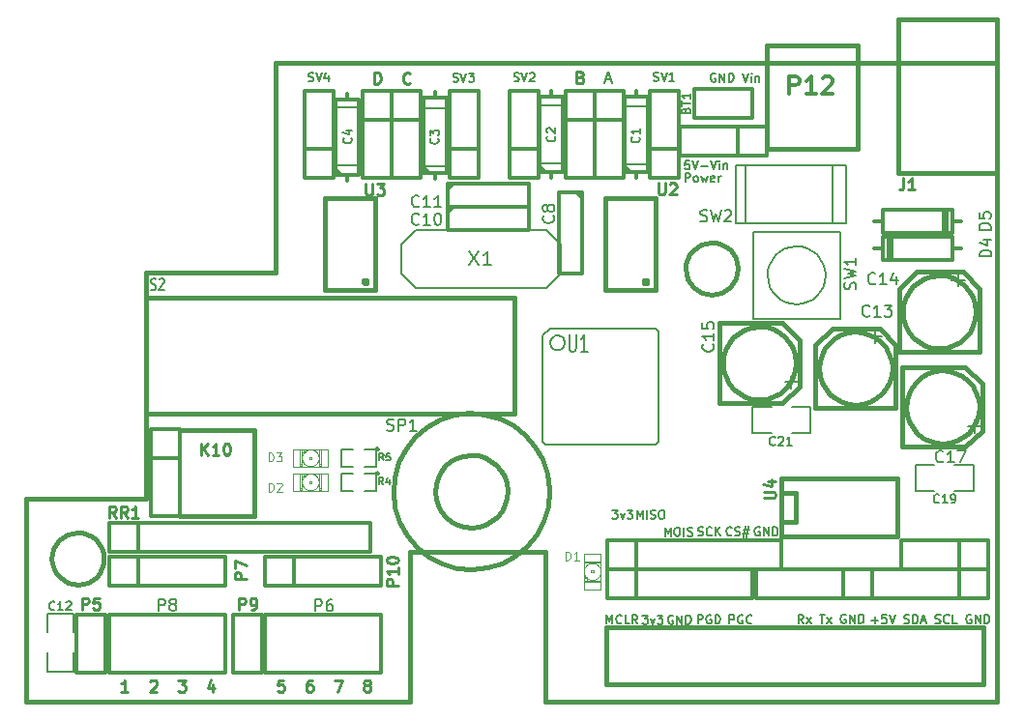
<source format=gto>
G04 (created by PCBNEW-RS274X (2012-01-19 BZR 3256)-stable) date 14/12/2555 14:56:42*
G01*
G70*
G90*
%MOIN*%
G04 Gerber Fmt 3.4, Leading zero omitted, Abs format*
%FSLAX34Y34*%
G04 APERTURE LIST*
%ADD10C,0.006000*%
%ADD11C,0.007500*%
%ADD12C,0.010000*%
%ADD13C,0.012000*%
%ADD14C,0.015000*%
%ADD15C,0.002600*%
%ADD16C,0.004000*%
%ADD17C,0.005000*%
%ADD18C,0.005900*%
%ADD19C,0.008000*%
%ADD20C,0.003500*%
%ADD21C,0.006200*%
G04 APERTURE END LIST*
G54D10*
G54D11*
X62162Y-32314D02*
X62162Y-32014D01*
X62277Y-32014D01*
X62305Y-32029D01*
X62320Y-32043D01*
X62334Y-32072D01*
X62334Y-32114D01*
X62320Y-32143D01*
X62305Y-32157D01*
X62277Y-32172D01*
X62162Y-32172D01*
X62505Y-32314D02*
X62477Y-32300D01*
X62462Y-32286D01*
X62448Y-32257D01*
X62448Y-32172D01*
X62462Y-32143D01*
X62477Y-32129D01*
X62505Y-32114D01*
X62548Y-32114D01*
X62577Y-32129D01*
X62591Y-32143D01*
X62605Y-32172D01*
X62605Y-32257D01*
X62591Y-32286D01*
X62577Y-32300D01*
X62548Y-32314D01*
X62505Y-32314D01*
X62705Y-32114D02*
X62762Y-32314D01*
X62819Y-32172D01*
X62876Y-32314D01*
X62933Y-32114D01*
X63162Y-32300D02*
X63133Y-32314D01*
X63076Y-32314D01*
X63047Y-32300D01*
X63033Y-32272D01*
X63033Y-32157D01*
X63047Y-32129D01*
X63076Y-32114D01*
X63133Y-32114D01*
X63162Y-32129D01*
X63176Y-32157D01*
X63176Y-32186D01*
X63033Y-32214D01*
X63304Y-32314D02*
X63304Y-32114D01*
X63304Y-32172D02*
X63319Y-32143D01*
X63333Y-32129D01*
X63362Y-32114D01*
X63390Y-32114D01*
X62590Y-47551D02*
X62590Y-47251D01*
X62705Y-47251D01*
X62733Y-47266D01*
X62748Y-47280D01*
X62762Y-47309D01*
X62762Y-47351D01*
X62748Y-47380D01*
X62733Y-47394D01*
X62705Y-47409D01*
X62590Y-47409D01*
X63048Y-47266D02*
X63019Y-47251D01*
X62976Y-47251D01*
X62933Y-47266D01*
X62905Y-47294D01*
X62890Y-47323D01*
X62876Y-47380D01*
X62876Y-47423D01*
X62890Y-47480D01*
X62905Y-47509D01*
X62933Y-47537D01*
X62976Y-47551D01*
X63005Y-47551D01*
X63048Y-47537D01*
X63062Y-47523D01*
X63062Y-47423D01*
X63005Y-47423D01*
X63190Y-47551D02*
X63190Y-47251D01*
X63262Y-47251D01*
X63305Y-47266D01*
X63333Y-47294D01*
X63348Y-47323D01*
X63362Y-47380D01*
X63362Y-47423D01*
X63348Y-47480D01*
X63333Y-47509D01*
X63305Y-47537D01*
X63262Y-47551D01*
X63190Y-47551D01*
X63679Y-47560D02*
X63679Y-47260D01*
X63794Y-47260D01*
X63822Y-47275D01*
X63837Y-47289D01*
X63851Y-47318D01*
X63851Y-47360D01*
X63837Y-47389D01*
X63822Y-47403D01*
X63794Y-47418D01*
X63679Y-47418D01*
X64137Y-47275D02*
X64108Y-47260D01*
X64065Y-47260D01*
X64022Y-47275D01*
X63994Y-47303D01*
X63979Y-47332D01*
X63965Y-47389D01*
X63965Y-47432D01*
X63979Y-47489D01*
X63994Y-47518D01*
X64022Y-47546D01*
X64065Y-47560D01*
X64094Y-47560D01*
X64137Y-47546D01*
X64151Y-47532D01*
X64151Y-47432D01*
X64094Y-47432D01*
X64451Y-47532D02*
X64437Y-47546D01*
X64394Y-47560D01*
X64365Y-47560D01*
X64322Y-47546D01*
X64294Y-47518D01*
X64279Y-47489D01*
X64265Y-47432D01*
X64265Y-47389D01*
X64279Y-47332D01*
X64294Y-47303D01*
X64322Y-47275D01*
X64365Y-47260D01*
X64394Y-47260D01*
X64437Y-47275D01*
X64451Y-47289D01*
X61731Y-47278D02*
X61702Y-47263D01*
X61659Y-47263D01*
X61616Y-47278D01*
X61588Y-47306D01*
X61573Y-47335D01*
X61559Y-47392D01*
X61559Y-47435D01*
X61573Y-47492D01*
X61588Y-47521D01*
X61616Y-47549D01*
X61659Y-47563D01*
X61688Y-47563D01*
X61731Y-47549D01*
X61745Y-47535D01*
X61745Y-47435D01*
X61688Y-47435D01*
X61873Y-47563D02*
X61873Y-47263D01*
X62045Y-47563D01*
X62045Y-47263D01*
X62187Y-47563D02*
X62187Y-47263D01*
X62259Y-47263D01*
X62302Y-47278D01*
X62330Y-47306D01*
X62345Y-47335D01*
X62359Y-47392D01*
X62359Y-47435D01*
X62345Y-47492D01*
X62330Y-47521D01*
X62302Y-47549D01*
X62259Y-47563D01*
X62187Y-47563D01*
X60686Y-47265D02*
X60872Y-47265D01*
X60772Y-47380D01*
X60814Y-47380D01*
X60843Y-47394D01*
X60857Y-47408D01*
X60872Y-47437D01*
X60872Y-47508D01*
X60857Y-47537D01*
X60843Y-47551D01*
X60814Y-47565D01*
X60729Y-47565D01*
X60700Y-47551D01*
X60686Y-47537D01*
X60972Y-47365D02*
X61043Y-47565D01*
X61115Y-47365D01*
X61201Y-47265D02*
X61387Y-47265D01*
X61287Y-47380D01*
X61329Y-47380D01*
X61358Y-47394D01*
X61372Y-47408D01*
X61387Y-47437D01*
X61387Y-47508D01*
X61372Y-47537D01*
X61358Y-47551D01*
X61329Y-47565D01*
X61244Y-47565D01*
X61215Y-47551D01*
X61201Y-47537D01*
X59447Y-47553D02*
X59447Y-47253D01*
X59547Y-47468D01*
X59647Y-47253D01*
X59647Y-47553D01*
X59962Y-47525D02*
X59948Y-47539D01*
X59905Y-47553D01*
X59876Y-47553D01*
X59833Y-47539D01*
X59805Y-47511D01*
X59790Y-47482D01*
X59776Y-47425D01*
X59776Y-47382D01*
X59790Y-47325D01*
X59805Y-47296D01*
X59833Y-47268D01*
X59876Y-47253D01*
X59905Y-47253D01*
X59948Y-47268D01*
X59962Y-47282D01*
X60233Y-47553D02*
X60090Y-47553D01*
X60090Y-47253D01*
X60505Y-47553D02*
X60405Y-47411D01*
X60333Y-47553D02*
X60333Y-47253D01*
X60448Y-47253D01*
X60476Y-47268D01*
X60491Y-47282D01*
X60505Y-47311D01*
X60505Y-47353D01*
X60491Y-47382D01*
X60476Y-47396D01*
X60448Y-47411D01*
X60333Y-47411D01*
X64722Y-44236D02*
X64693Y-44221D01*
X64650Y-44221D01*
X64607Y-44236D01*
X64579Y-44264D01*
X64564Y-44293D01*
X64550Y-44350D01*
X64550Y-44393D01*
X64564Y-44450D01*
X64579Y-44479D01*
X64607Y-44507D01*
X64650Y-44521D01*
X64679Y-44521D01*
X64722Y-44507D01*
X64736Y-44493D01*
X64736Y-44393D01*
X64679Y-44393D01*
X64864Y-44521D02*
X64864Y-44221D01*
X65036Y-44521D01*
X65036Y-44221D01*
X65178Y-44521D02*
X65178Y-44221D01*
X65250Y-44221D01*
X65293Y-44236D01*
X65321Y-44264D01*
X65336Y-44293D01*
X65350Y-44350D01*
X65350Y-44393D01*
X65336Y-44450D01*
X65321Y-44479D01*
X65293Y-44507D01*
X65250Y-44521D01*
X65178Y-44521D01*
X63760Y-44493D02*
X63746Y-44507D01*
X63703Y-44521D01*
X63674Y-44521D01*
X63631Y-44507D01*
X63603Y-44479D01*
X63588Y-44450D01*
X63574Y-44393D01*
X63574Y-44350D01*
X63588Y-44293D01*
X63603Y-44264D01*
X63631Y-44236D01*
X63674Y-44221D01*
X63703Y-44221D01*
X63746Y-44236D01*
X63760Y-44250D01*
X63874Y-44507D02*
X63917Y-44521D01*
X63988Y-44521D01*
X64017Y-44507D01*
X64031Y-44493D01*
X64046Y-44464D01*
X64046Y-44436D01*
X64031Y-44407D01*
X64017Y-44393D01*
X63988Y-44379D01*
X63931Y-44364D01*
X63903Y-44350D01*
X63888Y-44336D01*
X63874Y-44307D01*
X63874Y-44279D01*
X63888Y-44250D01*
X63903Y-44236D01*
X63931Y-44221D01*
X64003Y-44221D01*
X64046Y-44236D01*
X64160Y-44321D02*
X64374Y-44321D01*
X64246Y-44193D02*
X64160Y-44579D01*
X64346Y-44450D02*
X64132Y-44450D01*
X64260Y-44579D02*
X64346Y-44193D01*
X62604Y-44507D02*
X62647Y-44521D01*
X62718Y-44521D01*
X62747Y-44507D01*
X62761Y-44493D01*
X62776Y-44464D01*
X62776Y-44436D01*
X62761Y-44407D01*
X62747Y-44393D01*
X62718Y-44379D01*
X62661Y-44364D01*
X62633Y-44350D01*
X62618Y-44336D01*
X62604Y-44307D01*
X62604Y-44279D01*
X62618Y-44250D01*
X62633Y-44236D01*
X62661Y-44221D01*
X62733Y-44221D01*
X62776Y-44236D01*
X63076Y-44493D02*
X63062Y-44507D01*
X63019Y-44521D01*
X62990Y-44521D01*
X62947Y-44507D01*
X62919Y-44479D01*
X62904Y-44450D01*
X62890Y-44393D01*
X62890Y-44350D01*
X62904Y-44293D01*
X62919Y-44264D01*
X62947Y-44236D01*
X62990Y-44221D01*
X63019Y-44221D01*
X63062Y-44236D01*
X63076Y-44250D01*
X63204Y-44521D02*
X63204Y-44221D01*
X63376Y-44521D02*
X63247Y-44350D01*
X63376Y-44221D02*
X63204Y-44393D01*
X61458Y-44531D02*
X61458Y-44231D01*
X61558Y-44446D01*
X61658Y-44231D01*
X61658Y-44531D01*
X61859Y-44231D02*
X61916Y-44231D01*
X61944Y-44246D01*
X61973Y-44274D01*
X61987Y-44331D01*
X61987Y-44431D01*
X61973Y-44489D01*
X61944Y-44517D01*
X61916Y-44531D01*
X61859Y-44531D01*
X61830Y-44517D01*
X61801Y-44489D01*
X61787Y-44431D01*
X61787Y-44331D01*
X61801Y-44274D01*
X61830Y-44246D01*
X61859Y-44231D01*
X62115Y-44531D02*
X62115Y-44231D01*
X62244Y-44517D02*
X62287Y-44531D01*
X62358Y-44531D01*
X62387Y-44517D01*
X62401Y-44503D01*
X62416Y-44474D01*
X62416Y-44446D01*
X62401Y-44417D01*
X62387Y-44403D01*
X62358Y-44389D01*
X62301Y-44374D01*
X62273Y-44360D01*
X62258Y-44346D01*
X62244Y-44317D01*
X62244Y-44289D01*
X62258Y-44260D01*
X62273Y-44246D01*
X62301Y-44231D01*
X62373Y-44231D01*
X62416Y-44246D01*
X60488Y-43941D02*
X60488Y-43641D01*
X60588Y-43856D01*
X60688Y-43641D01*
X60688Y-43941D01*
X60831Y-43941D02*
X60831Y-43641D01*
X60960Y-43927D02*
X61003Y-43941D01*
X61074Y-43941D01*
X61103Y-43927D01*
X61117Y-43913D01*
X61132Y-43884D01*
X61132Y-43856D01*
X61117Y-43827D01*
X61103Y-43813D01*
X61074Y-43799D01*
X61017Y-43784D01*
X60989Y-43770D01*
X60974Y-43756D01*
X60960Y-43727D01*
X60960Y-43699D01*
X60974Y-43670D01*
X60989Y-43656D01*
X61017Y-43641D01*
X61089Y-43641D01*
X61132Y-43656D01*
X61318Y-43641D02*
X61375Y-43641D01*
X61403Y-43656D01*
X61432Y-43684D01*
X61446Y-43741D01*
X61446Y-43841D01*
X61432Y-43899D01*
X61403Y-43927D01*
X61375Y-43941D01*
X61318Y-43941D01*
X61289Y-43927D01*
X61260Y-43899D01*
X61246Y-43841D01*
X61246Y-43741D01*
X61260Y-43684D01*
X61289Y-43656D01*
X61318Y-43641D01*
X59643Y-43641D02*
X59829Y-43641D01*
X59729Y-43756D01*
X59771Y-43756D01*
X59800Y-43770D01*
X59814Y-43784D01*
X59829Y-43813D01*
X59829Y-43884D01*
X59814Y-43913D01*
X59800Y-43927D01*
X59771Y-43941D01*
X59686Y-43941D01*
X59657Y-43927D01*
X59643Y-43913D01*
X59929Y-43741D02*
X60000Y-43941D01*
X60072Y-43741D01*
X60158Y-43641D02*
X60344Y-43641D01*
X60244Y-43756D01*
X60286Y-43756D01*
X60315Y-43770D01*
X60329Y-43784D01*
X60344Y-43813D01*
X60344Y-43884D01*
X60329Y-43913D01*
X60315Y-43927D01*
X60286Y-43941D01*
X60201Y-43941D01*
X60172Y-43927D01*
X60158Y-43913D01*
X63201Y-28579D02*
X63172Y-28564D01*
X63129Y-28564D01*
X63086Y-28579D01*
X63058Y-28607D01*
X63043Y-28636D01*
X63029Y-28693D01*
X63029Y-28736D01*
X63043Y-28793D01*
X63058Y-28822D01*
X63086Y-28850D01*
X63129Y-28864D01*
X63158Y-28864D01*
X63201Y-28850D01*
X63215Y-28836D01*
X63215Y-28736D01*
X63158Y-28736D01*
X63343Y-28864D02*
X63343Y-28564D01*
X63515Y-28864D01*
X63515Y-28564D01*
X63657Y-28864D02*
X63657Y-28564D01*
X63729Y-28564D01*
X63772Y-28579D01*
X63800Y-28607D01*
X63815Y-28636D01*
X63829Y-28693D01*
X63829Y-28736D01*
X63815Y-28793D01*
X63800Y-28822D01*
X63772Y-28850D01*
X63729Y-28864D01*
X63657Y-28864D01*
X64144Y-28564D02*
X64244Y-28864D01*
X64344Y-28564D01*
X64443Y-28864D02*
X64443Y-28664D01*
X64443Y-28564D02*
X64429Y-28579D01*
X64443Y-28593D01*
X64458Y-28579D01*
X64443Y-28564D01*
X64443Y-28593D01*
X64586Y-28664D02*
X64586Y-28864D01*
X64586Y-28693D02*
X64601Y-28679D01*
X64629Y-28664D01*
X64672Y-28664D01*
X64701Y-28679D01*
X64715Y-28707D01*
X64715Y-28864D01*
G54D12*
X48318Y-49504D02*
X48127Y-49504D01*
X48108Y-49694D01*
X48127Y-49675D01*
X48165Y-49656D01*
X48261Y-49656D01*
X48299Y-49675D01*
X48318Y-49694D01*
X48337Y-49732D01*
X48337Y-49828D01*
X48318Y-49866D01*
X48299Y-49885D01*
X48261Y-49904D01*
X48165Y-49904D01*
X48127Y-49885D01*
X48108Y-49866D01*
X49290Y-49504D02*
X49213Y-49504D01*
X49175Y-49523D01*
X49156Y-49542D01*
X49118Y-49599D01*
X49099Y-49675D01*
X49099Y-49828D01*
X49118Y-49866D01*
X49137Y-49885D01*
X49175Y-49904D01*
X49252Y-49904D01*
X49290Y-49885D01*
X49309Y-49866D01*
X49328Y-49828D01*
X49328Y-49732D01*
X49309Y-49694D01*
X49290Y-49675D01*
X49252Y-49656D01*
X49175Y-49656D01*
X49137Y-49675D01*
X49118Y-49694D01*
X49099Y-49732D01*
X50071Y-49504D02*
X50338Y-49504D01*
X50166Y-49904D01*
X51157Y-49675D02*
X51119Y-49656D01*
X51100Y-49637D01*
X51081Y-49599D01*
X51081Y-49580D01*
X51100Y-49542D01*
X51119Y-49523D01*
X51157Y-49504D01*
X51234Y-49504D01*
X51272Y-49523D01*
X51291Y-49542D01*
X51310Y-49580D01*
X51310Y-49599D01*
X51291Y-49637D01*
X51272Y-49656D01*
X51234Y-49675D01*
X51157Y-49675D01*
X51119Y-49694D01*
X51100Y-49713D01*
X51081Y-49752D01*
X51081Y-49828D01*
X51100Y-49866D01*
X51119Y-49885D01*
X51157Y-49904D01*
X51234Y-49904D01*
X51272Y-49885D01*
X51291Y-49866D01*
X51310Y-49828D01*
X51310Y-49752D01*
X51291Y-49713D01*
X51272Y-49694D01*
X51234Y-49675D01*
X42949Y-49903D02*
X42720Y-49903D01*
X42834Y-49903D02*
X42834Y-49503D01*
X42796Y-49560D01*
X42758Y-49598D01*
X42720Y-49617D01*
X43711Y-49541D02*
X43730Y-49522D01*
X43768Y-49503D01*
X43864Y-49503D01*
X43902Y-49522D01*
X43921Y-49541D01*
X43940Y-49579D01*
X43940Y-49617D01*
X43921Y-49674D01*
X43692Y-49903D01*
X43940Y-49903D01*
X44683Y-49503D02*
X44931Y-49503D01*
X44797Y-49655D01*
X44855Y-49655D01*
X44893Y-49674D01*
X44912Y-49693D01*
X44931Y-49731D01*
X44931Y-49827D01*
X44912Y-49865D01*
X44893Y-49884D01*
X44855Y-49903D01*
X44740Y-49903D01*
X44702Y-49884D01*
X44683Y-49865D01*
X45884Y-49636D02*
X45884Y-49903D01*
X45788Y-49484D02*
X45693Y-49770D01*
X45941Y-49770D01*
G54D11*
X62305Y-31587D02*
X62162Y-31587D01*
X62148Y-31730D01*
X62162Y-31716D01*
X62191Y-31702D01*
X62262Y-31702D01*
X62291Y-31716D01*
X62305Y-31730D01*
X62320Y-31759D01*
X62320Y-31830D01*
X62305Y-31859D01*
X62291Y-31873D01*
X62262Y-31887D01*
X62191Y-31887D01*
X62162Y-31873D01*
X62148Y-31859D01*
X62406Y-31587D02*
X62506Y-31887D01*
X62606Y-31587D01*
X62705Y-31773D02*
X62934Y-31773D01*
X63034Y-31587D02*
X63134Y-31887D01*
X63234Y-31587D01*
X63333Y-31887D02*
X63333Y-31687D01*
X63333Y-31587D02*
X63319Y-31602D01*
X63333Y-31616D01*
X63348Y-31602D01*
X63333Y-31587D01*
X63333Y-31616D01*
X63476Y-31687D02*
X63476Y-31887D01*
X63476Y-31716D02*
X63491Y-31702D01*
X63519Y-31687D01*
X63562Y-31687D01*
X63591Y-31702D01*
X63605Y-31730D01*
X63605Y-31887D01*
X49172Y-28836D02*
X49215Y-28850D01*
X49286Y-28850D01*
X49315Y-28836D01*
X49329Y-28822D01*
X49344Y-28793D01*
X49344Y-28765D01*
X49329Y-28736D01*
X49315Y-28722D01*
X49286Y-28708D01*
X49229Y-28693D01*
X49201Y-28679D01*
X49186Y-28665D01*
X49172Y-28636D01*
X49172Y-28608D01*
X49186Y-28579D01*
X49201Y-28565D01*
X49229Y-28550D01*
X49301Y-28550D01*
X49344Y-28565D01*
X49430Y-28550D02*
X49530Y-28850D01*
X49630Y-28550D01*
X49858Y-28650D02*
X49858Y-28850D01*
X49787Y-28536D02*
X49715Y-28750D01*
X49901Y-28750D01*
X54161Y-28851D02*
X54204Y-28865D01*
X54275Y-28865D01*
X54304Y-28851D01*
X54318Y-28837D01*
X54333Y-28808D01*
X54333Y-28780D01*
X54318Y-28751D01*
X54304Y-28737D01*
X54275Y-28723D01*
X54218Y-28708D01*
X54190Y-28694D01*
X54175Y-28680D01*
X54161Y-28651D01*
X54161Y-28623D01*
X54175Y-28594D01*
X54190Y-28580D01*
X54218Y-28565D01*
X54290Y-28565D01*
X54333Y-28580D01*
X54419Y-28565D02*
X54519Y-28865D01*
X54619Y-28565D01*
X54690Y-28565D02*
X54876Y-28565D01*
X54776Y-28680D01*
X54818Y-28680D01*
X54847Y-28694D01*
X54861Y-28708D01*
X54876Y-28737D01*
X54876Y-28808D01*
X54861Y-28837D01*
X54847Y-28851D01*
X54818Y-28865D01*
X54733Y-28865D01*
X54704Y-28851D01*
X54690Y-28837D01*
X56255Y-28836D02*
X56298Y-28850D01*
X56369Y-28850D01*
X56398Y-28836D01*
X56412Y-28822D01*
X56427Y-28793D01*
X56427Y-28765D01*
X56412Y-28736D01*
X56398Y-28722D01*
X56369Y-28708D01*
X56312Y-28693D01*
X56284Y-28679D01*
X56269Y-28665D01*
X56255Y-28636D01*
X56255Y-28608D01*
X56269Y-28579D01*
X56284Y-28565D01*
X56312Y-28550D01*
X56384Y-28550D01*
X56427Y-28565D01*
X56513Y-28550D02*
X56613Y-28850D01*
X56713Y-28550D01*
X56798Y-28579D02*
X56812Y-28565D01*
X56841Y-28550D01*
X56912Y-28550D01*
X56941Y-28565D01*
X56955Y-28579D01*
X56970Y-28608D01*
X56970Y-28636D01*
X56955Y-28679D01*
X56784Y-28850D01*
X56970Y-28850D01*
X61064Y-28824D02*
X61107Y-28838D01*
X61178Y-28838D01*
X61207Y-28824D01*
X61221Y-28810D01*
X61236Y-28781D01*
X61236Y-28753D01*
X61221Y-28724D01*
X61207Y-28710D01*
X61178Y-28696D01*
X61121Y-28681D01*
X61093Y-28667D01*
X61078Y-28653D01*
X61064Y-28624D01*
X61064Y-28596D01*
X61078Y-28567D01*
X61093Y-28553D01*
X61121Y-28538D01*
X61193Y-28538D01*
X61236Y-28553D01*
X61322Y-28538D02*
X61422Y-28838D01*
X61522Y-28538D01*
X61779Y-28838D02*
X61607Y-28838D01*
X61693Y-28838D02*
X61693Y-28538D01*
X61664Y-28581D01*
X61636Y-28610D01*
X61607Y-28624D01*
G54D12*
X51434Y-28938D02*
X51434Y-28538D01*
X51529Y-28538D01*
X51587Y-28557D01*
X51625Y-28595D01*
X51644Y-28633D01*
X51663Y-28709D01*
X51663Y-28766D01*
X51644Y-28843D01*
X51625Y-28881D01*
X51587Y-28919D01*
X51529Y-28938D01*
X51434Y-28938D01*
X52676Y-28909D02*
X52657Y-28928D01*
X52600Y-28947D01*
X52562Y-28947D01*
X52504Y-28928D01*
X52466Y-28890D01*
X52447Y-28852D01*
X52428Y-28775D01*
X52428Y-28718D01*
X52447Y-28642D01*
X52466Y-28604D01*
X52504Y-28566D01*
X52562Y-28547D01*
X52600Y-28547D01*
X52657Y-28566D01*
X52676Y-28585D01*
X58548Y-28705D02*
X58605Y-28724D01*
X58624Y-28743D01*
X58643Y-28782D01*
X58643Y-28839D01*
X58624Y-28877D01*
X58605Y-28896D01*
X58567Y-28915D01*
X58414Y-28915D01*
X58414Y-28515D01*
X58548Y-28515D01*
X58586Y-28534D01*
X58605Y-28553D01*
X58624Y-28591D01*
X58624Y-28629D01*
X58605Y-28667D01*
X58586Y-28686D01*
X58548Y-28705D01*
X58414Y-28705D01*
G54D11*
X59418Y-28792D02*
X59609Y-28792D01*
X59380Y-28906D02*
X59513Y-28506D01*
X59647Y-28906D01*
X66231Y-47539D02*
X66131Y-47397D01*
X66059Y-47539D02*
X66059Y-47239D01*
X66174Y-47239D01*
X66202Y-47254D01*
X66217Y-47268D01*
X66231Y-47297D01*
X66231Y-47339D01*
X66217Y-47368D01*
X66202Y-47382D01*
X66174Y-47397D01*
X66059Y-47397D01*
X66331Y-47539D02*
X66488Y-47339D01*
X66331Y-47339D02*
X66488Y-47539D01*
X66789Y-47239D02*
X66960Y-47239D01*
X66874Y-47539D02*
X66874Y-47239D01*
X67032Y-47539D02*
X67189Y-47339D01*
X67032Y-47339D02*
X67189Y-47539D01*
X67690Y-47254D02*
X67661Y-47239D01*
X67618Y-47239D01*
X67575Y-47254D01*
X67547Y-47282D01*
X67532Y-47311D01*
X67518Y-47368D01*
X67518Y-47411D01*
X67532Y-47468D01*
X67547Y-47497D01*
X67575Y-47525D01*
X67618Y-47539D01*
X67647Y-47539D01*
X67690Y-47525D01*
X67704Y-47511D01*
X67704Y-47411D01*
X67647Y-47411D01*
X67832Y-47539D02*
X67832Y-47239D01*
X68004Y-47539D01*
X68004Y-47239D01*
X68146Y-47539D02*
X68146Y-47239D01*
X68218Y-47239D01*
X68261Y-47254D01*
X68289Y-47282D01*
X68304Y-47311D01*
X68318Y-47368D01*
X68318Y-47411D01*
X68304Y-47468D01*
X68289Y-47497D01*
X68261Y-47525D01*
X68218Y-47539D01*
X68146Y-47539D01*
X68582Y-47432D02*
X68811Y-47432D01*
X68697Y-47546D02*
X68697Y-47318D01*
X69096Y-47246D02*
X68953Y-47246D01*
X68939Y-47389D01*
X68953Y-47375D01*
X68982Y-47361D01*
X69053Y-47361D01*
X69082Y-47375D01*
X69096Y-47389D01*
X69111Y-47418D01*
X69111Y-47489D01*
X69096Y-47518D01*
X69082Y-47532D01*
X69053Y-47546D01*
X68982Y-47546D01*
X68953Y-47532D01*
X68939Y-47518D01*
X69197Y-47246D02*
X69297Y-47546D01*
X69397Y-47246D01*
X69711Y-47532D02*
X69754Y-47546D01*
X69825Y-47546D01*
X69854Y-47532D01*
X69868Y-47518D01*
X69883Y-47489D01*
X69883Y-47461D01*
X69868Y-47432D01*
X69854Y-47418D01*
X69825Y-47404D01*
X69768Y-47389D01*
X69740Y-47375D01*
X69725Y-47361D01*
X69711Y-47332D01*
X69711Y-47304D01*
X69725Y-47275D01*
X69740Y-47261D01*
X69768Y-47246D01*
X69840Y-47246D01*
X69883Y-47261D01*
X70011Y-47546D02*
X70011Y-47246D01*
X70083Y-47246D01*
X70126Y-47261D01*
X70154Y-47289D01*
X70169Y-47318D01*
X70183Y-47375D01*
X70183Y-47418D01*
X70169Y-47475D01*
X70154Y-47504D01*
X70126Y-47532D01*
X70083Y-47546D01*
X70011Y-47546D01*
X70297Y-47461D02*
X70440Y-47461D01*
X70269Y-47546D02*
X70369Y-47246D01*
X70469Y-47546D01*
X70783Y-47532D02*
X70826Y-47546D01*
X70897Y-47546D01*
X70926Y-47532D01*
X70940Y-47518D01*
X70955Y-47489D01*
X70955Y-47461D01*
X70940Y-47432D01*
X70926Y-47418D01*
X70897Y-47404D01*
X70840Y-47389D01*
X70812Y-47375D01*
X70797Y-47361D01*
X70783Y-47332D01*
X70783Y-47304D01*
X70797Y-47275D01*
X70812Y-47261D01*
X70840Y-47246D01*
X70912Y-47246D01*
X70955Y-47261D01*
X71255Y-47518D02*
X71241Y-47532D01*
X71198Y-47546D01*
X71169Y-47546D01*
X71126Y-47532D01*
X71098Y-47504D01*
X71083Y-47475D01*
X71069Y-47418D01*
X71069Y-47375D01*
X71083Y-47318D01*
X71098Y-47289D01*
X71126Y-47261D01*
X71169Y-47246D01*
X71198Y-47246D01*
X71241Y-47261D01*
X71255Y-47275D01*
X71526Y-47546D02*
X71383Y-47546D01*
X71383Y-47246D01*
X72013Y-47261D02*
X71984Y-47246D01*
X71941Y-47246D01*
X71898Y-47261D01*
X71870Y-47289D01*
X71855Y-47318D01*
X71841Y-47375D01*
X71841Y-47418D01*
X71855Y-47475D01*
X71870Y-47504D01*
X71898Y-47532D01*
X71941Y-47546D01*
X71970Y-47546D01*
X72013Y-47532D01*
X72027Y-47518D01*
X72027Y-47418D01*
X71970Y-47418D01*
X72155Y-47546D02*
X72155Y-47246D01*
X72327Y-47546D01*
X72327Y-47246D01*
X72469Y-47546D02*
X72469Y-47246D01*
X72541Y-47246D01*
X72584Y-47261D01*
X72612Y-47289D01*
X72627Y-47318D01*
X72641Y-47375D01*
X72641Y-47418D01*
X72627Y-47475D01*
X72612Y-47504D01*
X72584Y-47532D01*
X72541Y-47546D01*
X72469Y-47546D01*
G54D13*
X68600Y-46686D02*
X68600Y-46686D01*
X68600Y-45686D02*
X68600Y-46686D01*
X68600Y-46686D02*
X68600Y-46686D01*
X68600Y-46686D02*
X64600Y-46686D01*
X64600Y-46686D02*
X64600Y-45686D01*
X64600Y-45686D02*
X68600Y-45686D01*
X67600Y-45686D02*
X67600Y-46686D01*
G54D14*
X72918Y-26996D02*
X72918Y-26696D01*
X72918Y-26696D02*
X69518Y-26696D01*
X69518Y-26696D02*
X69518Y-26996D01*
X72918Y-28196D02*
X69518Y-28196D01*
X72918Y-31996D02*
X69518Y-31996D01*
X69518Y-26996D02*
X69518Y-31996D01*
X72918Y-26996D02*
X72918Y-31996D01*
G54D15*
X58916Y-45715D02*
X58916Y-45793D01*
X58916Y-45793D02*
X58994Y-45793D01*
X58994Y-45715D02*
X58994Y-45793D01*
X58916Y-45715D02*
X58994Y-45715D01*
X58680Y-45931D02*
X58680Y-46068D01*
X58680Y-46068D02*
X58778Y-46068D01*
X58778Y-45931D02*
X58778Y-46068D01*
X58680Y-45931D02*
X58778Y-45931D01*
X58680Y-46068D02*
X58680Y-46108D01*
X58680Y-46108D02*
X59151Y-46108D01*
X59151Y-46068D02*
X59151Y-46108D01*
X58680Y-46068D02*
X59151Y-46068D01*
X59171Y-46068D02*
X59171Y-46108D01*
X59171Y-46108D02*
X59230Y-46108D01*
X59230Y-46068D02*
X59230Y-46108D01*
X59171Y-46068D02*
X59230Y-46068D01*
X58680Y-45400D02*
X58680Y-45440D01*
X58680Y-45440D02*
X59151Y-45440D01*
X59151Y-45400D02*
X59151Y-45440D01*
X58680Y-45400D02*
X59151Y-45400D01*
X59171Y-45400D02*
X59171Y-45440D01*
X59171Y-45440D02*
X59230Y-45440D01*
X59230Y-45400D02*
X59230Y-45440D01*
X59171Y-45400D02*
X59230Y-45400D01*
X58680Y-45931D02*
X58680Y-45990D01*
X58680Y-45990D02*
X58778Y-45990D01*
X58778Y-45931D02*
X58778Y-45990D01*
X58680Y-45931D02*
X58778Y-45931D01*
G54D16*
X58660Y-46364D02*
X58660Y-45144D01*
X58660Y-45144D02*
X59250Y-45144D01*
X59250Y-45144D02*
X59250Y-46364D01*
X59250Y-46364D02*
X58660Y-46364D01*
X58759Y-45540D02*
X58741Y-45558D01*
X58725Y-45577D01*
X58710Y-45598D01*
X58698Y-45620D01*
X58687Y-45643D01*
X58678Y-45667D01*
X58672Y-45691D01*
X58667Y-45716D01*
X58665Y-45741D01*
X58665Y-45766D01*
X58667Y-45791D01*
X58671Y-45816D01*
X58678Y-45841D01*
X58686Y-45864D01*
X58697Y-45887D01*
X58710Y-45909D01*
X58724Y-45930D01*
X58741Y-45950D01*
X58759Y-45968D01*
X58760Y-45969D01*
X59150Y-45539D02*
X59131Y-45523D01*
X59110Y-45509D01*
X59088Y-45496D01*
X59065Y-45485D01*
X59041Y-45477D01*
X59016Y-45470D01*
X58991Y-45466D01*
X58966Y-45464D01*
X58942Y-45464D01*
X58917Y-45466D01*
X58892Y-45471D01*
X58867Y-45477D01*
X58843Y-45486D01*
X58820Y-45497D01*
X58798Y-45510D01*
X58778Y-45524D01*
X58760Y-45539D01*
X59151Y-45968D02*
X59169Y-45950D01*
X59185Y-45931D01*
X59200Y-45910D01*
X59212Y-45888D01*
X59223Y-45865D01*
X59232Y-45841D01*
X59238Y-45817D01*
X59243Y-45792D01*
X59245Y-45767D01*
X59245Y-45742D01*
X59243Y-45717D01*
X59239Y-45692D01*
X59232Y-45667D01*
X59224Y-45644D01*
X59213Y-45621D01*
X59200Y-45599D01*
X59186Y-45578D01*
X59169Y-45558D01*
X59151Y-45540D01*
X59150Y-45539D01*
X58760Y-45969D02*
X58779Y-45985D01*
X58800Y-45999D01*
X58822Y-46012D01*
X58845Y-46023D01*
X58869Y-46031D01*
X58894Y-46038D01*
X58919Y-46042D01*
X58944Y-46044D01*
X58968Y-46044D01*
X58993Y-46042D01*
X59018Y-46037D01*
X59043Y-46031D01*
X59067Y-46022D01*
X59090Y-46011D01*
X59112Y-45998D01*
X59132Y-45984D01*
X59150Y-45969D01*
G54D10*
X52363Y-34465D02*
X52863Y-33965D01*
X57363Y-33965D02*
X57863Y-34465D01*
X57863Y-35465D02*
X57363Y-35965D01*
X52363Y-35465D02*
X52863Y-35965D01*
X52863Y-33965D02*
X57363Y-33965D01*
X52363Y-34465D02*
X52363Y-35465D01*
X52863Y-35965D02*
X57363Y-35965D01*
X57863Y-35465D02*
X57863Y-34465D01*
G54D13*
X42178Y-49237D02*
X41178Y-49237D01*
X41178Y-49237D02*
X41178Y-47237D01*
X41178Y-47237D02*
X42178Y-47237D01*
X42178Y-47237D02*
X42178Y-49237D01*
G54D17*
X67001Y-35540D02*
X66981Y-35734D01*
X66925Y-35921D01*
X66833Y-36093D01*
X66710Y-36244D01*
X66560Y-36369D01*
X66388Y-36461D01*
X66202Y-36519D01*
X66007Y-36539D01*
X65814Y-36522D01*
X65627Y-36467D01*
X65454Y-36376D01*
X65302Y-36254D01*
X65176Y-36104D01*
X65082Y-35933D01*
X65023Y-35747D01*
X65002Y-35553D01*
X65018Y-35360D01*
X65072Y-35172D01*
X65161Y-34999D01*
X65282Y-34846D01*
X65431Y-34719D01*
X65601Y-34624D01*
X65787Y-34564D01*
X65981Y-34541D01*
X66174Y-34556D01*
X66362Y-34608D01*
X66536Y-34696D01*
X66690Y-34816D01*
X66818Y-34964D01*
X66914Y-35134D01*
X66976Y-35319D01*
X67000Y-35513D01*
X67001Y-35540D01*
X64501Y-34040D02*
X67501Y-34040D01*
X67501Y-34040D02*
X67501Y-37040D01*
X67501Y-37040D02*
X64501Y-37040D01*
X64501Y-34040D02*
X64501Y-37040D01*
G54D18*
X63899Y-31756D02*
X64249Y-31756D01*
X63899Y-32006D02*
X63899Y-31756D01*
X67699Y-31756D02*
X67249Y-31756D01*
X67699Y-32356D02*
X67699Y-31756D01*
X67699Y-33756D02*
X67699Y-32356D01*
X63899Y-33756D02*
X63899Y-31956D01*
X67599Y-33756D02*
X67699Y-33756D01*
X64249Y-33756D02*
X63899Y-33756D01*
X67249Y-33756D02*
X67599Y-33756D01*
G54D19*
X64249Y-31756D02*
X67249Y-31756D01*
X67249Y-33756D02*
X64249Y-33756D01*
X64249Y-33756D02*
X64249Y-31756D01*
X67249Y-31756D02*
X67249Y-33756D01*
G54D13*
X47686Y-45237D02*
X47686Y-45237D01*
X47686Y-46237D02*
X47686Y-45237D01*
X47686Y-45237D02*
X47686Y-45237D01*
X47686Y-45237D02*
X51686Y-45237D01*
X51686Y-45237D02*
X51686Y-46237D01*
X51686Y-46237D02*
X47686Y-46237D01*
X48686Y-46237D02*
X48686Y-45237D01*
X47564Y-49245D02*
X46564Y-49245D01*
X46564Y-49245D02*
X46564Y-47245D01*
X46564Y-47245D02*
X47564Y-47245D01*
X47564Y-47245D02*
X47564Y-49245D01*
G54D14*
X64965Y-27608D02*
X64965Y-31171D01*
X64965Y-31170D02*
X68115Y-31170D01*
X68115Y-31170D02*
X68115Y-27607D01*
X68114Y-27608D02*
X64964Y-27608D01*
G54D13*
X71678Y-33682D02*
X71378Y-33682D01*
X71378Y-33682D02*
X71378Y-33282D01*
X71378Y-33282D02*
X68978Y-33282D01*
X68978Y-33282D02*
X68978Y-33682D01*
X68978Y-33682D02*
X68678Y-33682D01*
X68978Y-33682D02*
X68978Y-34082D01*
X68978Y-34082D02*
X71378Y-34082D01*
X71378Y-34082D02*
X71378Y-33682D01*
X71178Y-33282D02*
X71178Y-34082D01*
X71078Y-34082D02*
X71078Y-33282D01*
X53965Y-33165D02*
X56765Y-33165D01*
X56765Y-33165D02*
X56765Y-33965D01*
X56765Y-33965D02*
X53965Y-33965D01*
X53965Y-33965D02*
X53965Y-33165D01*
X53965Y-33365D02*
X54165Y-33165D01*
G54D15*
X49275Y-42631D02*
X49197Y-42631D01*
X49197Y-42631D02*
X49197Y-42709D01*
X49275Y-42709D02*
X49197Y-42709D01*
X49275Y-42631D02*
X49275Y-42709D01*
X49059Y-42395D02*
X48922Y-42395D01*
X48922Y-42395D02*
X48922Y-42493D01*
X49059Y-42493D02*
X48922Y-42493D01*
X49059Y-42395D02*
X49059Y-42493D01*
X48922Y-42395D02*
X48882Y-42395D01*
X48882Y-42395D02*
X48882Y-42866D01*
X48922Y-42866D02*
X48882Y-42866D01*
X48922Y-42395D02*
X48922Y-42866D01*
X48922Y-42886D02*
X48882Y-42886D01*
X48882Y-42886D02*
X48882Y-42945D01*
X48922Y-42945D02*
X48882Y-42945D01*
X48922Y-42886D02*
X48922Y-42945D01*
X49590Y-42395D02*
X49550Y-42395D01*
X49550Y-42395D02*
X49550Y-42866D01*
X49590Y-42866D02*
X49550Y-42866D01*
X49590Y-42395D02*
X49590Y-42866D01*
X49590Y-42886D02*
X49550Y-42886D01*
X49550Y-42886D02*
X49550Y-42945D01*
X49590Y-42945D02*
X49550Y-42945D01*
X49590Y-42886D02*
X49590Y-42945D01*
X49059Y-42395D02*
X49000Y-42395D01*
X49000Y-42395D02*
X49000Y-42493D01*
X49059Y-42493D02*
X49000Y-42493D01*
X49059Y-42395D02*
X49059Y-42493D01*
G54D16*
X48626Y-42375D02*
X49846Y-42375D01*
X49846Y-42375D02*
X49846Y-42965D01*
X49846Y-42965D02*
X48626Y-42965D01*
X48626Y-42965D02*
X48626Y-42375D01*
X49450Y-42474D02*
X49432Y-42456D01*
X49413Y-42440D01*
X49392Y-42425D01*
X49370Y-42413D01*
X49347Y-42402D01*
X49323Y-42393D01*
X49299Y-42387D01*
X49274Y-42382D01*
X49249Y-42380D01*
X49224Y-42380D01*
X49199Y-42382D01*
X49174Y-42386D01*
X49149Y-42393D01*
X49126Y-42401D01*
X49103Y-42412D01*
X49081Y-42425D01*
X49060Y-42439D01*
X49040Y-42456D01*
X49022Y-42474D01*
X49021Y-42475D01*
X49451Y-42865D02*
X49467Y-42846D01*
X49481Y-42825D01*
X49494Y-42803D01*
X49505Y-42780D01*
X49513Y-42756D01*
X49520Y-42731D01*
X49524Y-42706D01*
X49526Y-42681D01*
X49526Y-42657D01*
X49524Y-42632D01*
X49519Y-42607D01*
X49513Y-42582D01*
X49504Y-42558D01*
X49493Y-42535D01*
X49480Y-42513D01*
X49466Y-42493D01*
X49451Y-42475D01*
X49022Y-42866D02*
X49040Y-42884D01*
X49059Y-42900D01*
X49080Y-42915D01*
X49102Y-42927D01*
X49125Y-42938D01*
X49149Y-42947D01*
X49173Y-42953D01*
X49198Y-42958D01*
X49223Y-42960D01*
X49248Y-42960D01*
X49273Y-42958D01*
X49298Y-42954D01*
X49323Y-42947D01*
X49346Y-42939D01*
X49369Y-42928D01*
X49391Y-42915D01*
X49412Y-42901D01*
X49432Y-42884D01*
X49450Y-42866D01*
X49451Y-42865D01*
X49021Y-42475D02*
X49005Y-42494D01*
X48991Y-42515D01*
X48978Y-42537D01*
X48967Y-42560D01*
X48959Y-42584D01*
X48952Y-42609D01*
X48948Y-42634D01*
X48946Y-42659D01*
X48946Y-42683D01*
X48948Y-42708D01*
X48953Y-42733D01*
X48959Y-42758D01*
X48968Y-42782D01*
X48979Y-42805D01*
X48992Y-42827D01*
X49006Y-42847D01*
X49021Y-42865D01*
G54D15*
X49274Y-41797D02*
X49196Y-41797D01*
X49196Y-41797D02*
X49196Y-41875D01*
X49274Y-41875D02*
X49196Y-41875D01*
X49274Y-41797D02*
X49274Y-41875D01*
X49058Y-41561D02*
X48921Y-41561D01*
X48921Y-41561D02*
X48921Y-41659D01*
X49058Y-41659D02*
X48921Y-41659D01*
X49058Y-41561D02*
X49058Y-41659D01*
X48921Y-41561D02*
X48881Y-41561D01*
X48881Y-41561D02*
X48881Y-42032D01*
X48921Y-42032D02*
X48881Y-42032D01*
X48921Y-41561D02*
X48921Y-42032D01*
X48921Y-42052D02*
X48881Y-42052D01*
X48881Y-42052D02*
X48881Y-42111D01*
X48921Y-42111D02*
X48881Y-42111D01*
X48921Y-42052D02*
X48921Y-42111D01*
X49589Y-41561D02*
X49549Y-41561D01*
X49549Y-41561D02*
X49549Y-42032D01*
X49589Y-42032D02*
X49549Y-42032D01*
X49589Y-41561D02*
X49589Y-42032D01*
X49589Y-42052D02*
X49549Y-42052D01*
X49549Y-42052D02*
X49549Y-42111D01*
X49589Y-42111D02*
X49549Y-42111D01*
X49589Y-42052D02*
X49589Y-42111D01*
X49058Y-41561D02*
X48999Y-41561D01*
X48999Y-41561D02*
X48999Y-41659D01*
X49058Y-41659D02*
X48999Y-41659D01*
X49058Y-41561D02*
X49058Y-41659D01*
G54D16*
X48625Y-41541D02*
X49845Y-41541D01*
X49845Y-41541D02*
X49845Y-42131D01*
X49845Y-42131D02*
X48625Y-42131D01*
X48625Y-42131D02*
X48625Y-41541D01*
X49449Y-41640D02*
X49431Y-41622D01*
X49412Y-41606D01*
X49391Y-41591D01*
X49369Y-41579D01*
X49346Y-41568D01*
X49322Y-41559D01*
X49298Y-41553D01*
X49273Y-41548D01*
X49248Y-41546D01*
X49223Y-41546D01*
X49198Y-41548D01*
X49173Y-41552D01*
X49148Y-41559D01*
X49125Y-41567D01*
X49102Y-41578D01*
X49080Y-41591D01*
X49059Y-41605D01*
X49039Y-41622D01*
X49021Y-41640D01*
X49020Y-41641D01*
X49450Y-42031D02*
X49466Y-42012D01*
X49480Y-41991D01*
X49493Y-41969D01*
X49504Y-41946D01*
X49512Y-41922D01*
X49519Y-41897D01*
X49523Y-41872D01*
X49525Y-41847D01*
X49525Y-41823D01*
X49523Y-41798D01*
X49518Y-41773D01*
X49512Y-41748D01*
X49503Y-41724D01*
X49492Y-41701D01*
X49479Y-41679D01*
X49465Y-41659D01*
X49450Y-41641D01*
X49021Y-42032D02*
X49039Y-42050D01*
X49058Y-42066D01*
X49079Y-42081D01*
X49101Y-42093D01*
X49124Y-42104D01*
X49148Y-42113D01*
X49172Y-42119D01*
X49197Y-42124D01*
X49222Y-42126D01*
X49247Y-42126D01*
X49272Y-42124D01*
X49297Y-42120D01*
X49322Y-42113D01*
X49345Y-42105D01*
X49368Y-42094D01*
X49390Y-42081D01*
X49411Y-42067D01*
X49431Y-42050D01*
X49449Y-42032D01*
X49450Y-42031D01*
X49020Y-41641D02*
X49004Y-41660D01*
X48990Y-41681D01*
X48977Y-41703D01*
X48966Y-41726D01*
X48958Y-41750D01*
X48951Y-41775D01*
X48947Y-41800D01*
X48945Y-41825D01*
X48945Y-41849D01*
X48947Y-41874D01*
X48952Y-41899D01*
X48958Y-41924D01*
X48967Y-41948D01*
X48978Y-41971D01*
X48991Y-41993D01*
X49005Y-42013D01*
X49020Y-42031D01*
G54D13*
X68666Y-34599D02*
X68966Y-34599D01*
X68966Y-34599D02*
X68966Y-34999D01*
X68966Y-34999D02*
X71366Y-34999D01*
X71366Y-34999D02*
X71366Y-34599D01*
X71366Y-34599D02*
X71666Y-34599D01*
X71366Y-34599D02*
X71366Y-34199D01*
X71366Y-34199D02*
X68966Y-34199D01*
X68966Y-34199D02*
X68966Y-34599D01*
X69166Y-34999D02*
X69166Y-34199D01*
X69266Y-34199D02*
X69266Y-34999D01*
G54D19*
X57253Y-37621D02*
X57503Y-37371D01*
X57503Y-37371D02*
X61153Y-37371D01*
X61153Y-37371D02*
X61253Y-37471D01*
X61253Y-37471D02*
X61253Y-41271D01*
X61253Y-41271D02*
X61153Y-41371D01*
X61153Y-41371D02*
X57353Y-41371D01*
X57353Y-41371D02*
X57253Y-41271D01*
X57253Y-41271D02*
X57253Y-37621D01*
X58003Y-37871D02*
X57998Y-37919D01*
X57984Y-37966D01*
X57961Y-38009D01*
X57930Y-38047D01*
X57892Y-38078D01*
X57849Y-38101D01*
X57803Y-38115D01*
X57754Y-38120D01*
X57707Y-38116D01*
X57660Y-38102D01*
X57617Y-38080D01*
X57579Y-38049D01*
X57547Y-38012D01*
X57524Y-37969D01*
X57509Y-37922D01*
X57504Y-37874D01*
X57508Y-37826D01*
X57521Y-37779D01*
X57543Y-37736D01*
X57574Y-37698D01*
X57611Y-37666D01*
X57653Y-37642D01*
X57700Y-37627D01*
X57748Y-37622D01*
X57796Y-37625D01*
X57843Y-37638D01*
X57886Y-37660D01*
X57925Y-37690D01*
X57957Y-37727D01*
X57981Y-37770D01*
X57996Y-37816D01*
X58002Y-37865D01*
X58003Y-37871D01*
G54D13*
X59021Y-29193D02*
X60021Y-29193D01*
X60021Y-29193D02*
X60021Y-32193D01*
X60021Y-32193D02*
X59021Y-32193D01*
X59021Y-32193D02*
X59021Y-29193D01*
X60021Y-30193D02*
X59021Y-30193D01*
X58021Y-29193D02*
X59021Y-29193D01*
X59021Y-29193D02*
X59021Y-32193D01*
X59021Y-32193D02*
X58021Y-32193D01*
X58021Y-32193D02*
X58021Y-29193D01*
X59021Y-30193D02*
X58021Y-30193D01*
X64970Y-30410D02*
X64970Y-31410D01*
X64970Y-31410D02*
X61970Y-31410D01*
X61970Y-31410D02*
X61970Y-30410D01*
X61970Y-30410D02*
X64970Y-30410D01*
X63970Y-31410D02*
X63970Y-30410D01*
G54D14*
X57477Y-42985D02*
X57425Y-43507D01*
X57273Y-44010D01*
X57027Y-44474D01*
X56695Y-44881D01*
X56290Y-45216D01*
X55828Y-45466D01*
X55326Y-45622D01*
X54803Y-45676D01*
X54281Y-45629D01*
X53777Y-45480D01*
X53311Y-45237D01*
X52902Y-44908D01*
X52564Y-44505D01*
X52311Y-44045D01*
X52152Y-43544D01*
X52094Y-43022D01*
X52138Y-42500D01*
X52283Y-41995D01*
X52523Y-41527D01*
X52849Y-41115D01*
X53249Y-40775D01*
X53708Y-40519D01*
X54207Y-40356D01*
X54729Y-40294D01*
X55252Y-40334D01*
X55758Y-40476D01*
X56227Y-40713D01*
X56641Y-41036D01*
X56984Y-41434D01*
X57244Y-41891D01*
X57410Y-42389D01*
X57475Y-42910D01*
X57477Y-42985D01*
X56035Y-42985D02*
X56011Y-43227D01*
X55940Y-43461D01*
X55826Y-43676D01*
X55671Y-43865D01*
X55483Y-44021D01*
X55269Y-44137D01*
X55036Y-44209D01*
X54793Y-44234D01*
X54551Y-44212D01*
X54317Y-44143D01*
X54101Y-44030D01*
X53911Y-43878D01*
X53754Y-43691D01*
X53637Y-43477D01*
X53563Y-43244D01*
X53536Y-43002D01*
X53556Y-42760D01*
X53623Y-42525D01*
X53735Y-42308D01*
X53886Y-42117D01*
X54072Y-41959D01*
X54285Y-41840D01*
X54517Y-41765D01*
X54759Y-41736D01*
X55002Y-41754D01*
X55237Y-41820D01*
X55454Y-41930D01*
X55647Y-42080D01*
X55806Y-42265D01*
X55926Y-42477D01*
X56003Y-42709D01*
X56034Y-42951D01*
X56035Y-42985D01*
G54D13*
X64460Y-29100D02*
X64460Y-30100D01*
X64460Y-30100D02*
X62460Y-30100D01*
X62460Y-30100D02*
X62460Y-29100D01*
X62460Y-29100D02*
X64460Y-29100D01*
G54D14*
X56261Y-36304D02*
X56261Y-40320D01*
X56261Y-40320D02*
X43584Y-40320D01*
X43584Y-36304D02*
X43584Y-40320D01*
X43584Y-36304D02*
X56261Y-36304D01*
G54D13*
X51304Y-44064D02*
X51304Y-45064D01*
X51304Y-45064D02*
X42304Y-45064D01*
X42304Y-45064D02*
X42304Y-44064D01*
X51304Y-44064D02*
X42304Y-44064D01*
X43304Y-44064D02*
X43304Y-45064D01*
X50033Y-32193D02*
X49033Y-32193D01*
X49033Y-32193D02*
X49033Y-29193D01*
X49033Y-29193D02*
X50033Y-29193D01*
X50033Y-29193D02*
X50033Y-32193D01*
X49033Y-31193D02*
X50033Y-31193D01*
X55040Y-32190D02*
X54040Y-32190D01*
X54040Y-32190D02*
X54040Y-29190D01*
X54040Y-29190D02*
X55040Y-29190D01*
X55040Y-29190D02*
X55040Y-32190D01*
X54040Y-31190D02*
X55040Y-31190D01*
X57103Y-32182D02*
X56103Y-32182D01*
X56103Y-32182D02*
X56103Y-29182D01*
X56103Y-29182D02*
X57103Y-29182D01*
X57103Y-29182D02*
X57103Y-32182D01*
X56103Y-31182D02*
X57103Y-31182D01*
X61922Y-32186D02*
X60922Y-32186D01*
X60922Y-32186D02*
X60922Y-29186D01*
X60922Y-29186D02*
X61922Y-29186D01*
X61922Y-29186D02*
X61922Y-32186D01*
X60922Y-31186D02*
X61922Y-31186D01*
G54D14*
X60843Y-35764D02*
X60841Y-35774D01*
X60838Y-35784D01*
X60833Y-35794D01*
X60827Y-35802D01*
X60818Y-35809D01*
X60809Y-35814D01*
X60799Y-35817D01*
X60788Y-35818D01*
X60778Y-35818D01*
X60768Y-35814D01*
X60758Y-35810D01*
X60750Y-35803D01*
X60743Y-35795D01*
X60738Y-35785D01*
X60735Y-35775D01*
X60734Y-35764D01*
X60734Y-35755D01*
X60737Y-35744D01*
X60742Y-35735D01*
X60749Y-35726D01*
X60757Y-35719D01*
X60766Y-35714D01*
X60777Y-35711D01*
X60787Y-35710D01*
X60797Y-35710D01*
X60807Y-35713D01*
X60817Y-35718D01*
X60825Y-35725D01*
X60832Y-35733D01*
X60838Y-35742D01*
X60841Y-35752D01*
X60842Y-35763D01*
X60843Y-35764D01*
X59411Y-36040D02*
X59411Y-32890D01*
X59411Y-32890D02*
X61143Y-32890D01*
X61143Y-36040D02*
X61143Y-32890D01*
X61143Y-36040D02*
X59411Y-36040D01*
X51181Y-35764D02*
X51179Y-35774D01*
X51176Y-35784D01*
X51171Y-35794D01*
X51165Y-35802D01*
X51156Y-35809D01*
X51147Y-35814D01*
X51137Y-35817D01*
X51126Y-35818D01*
X51116Y-35818D01*
X51106Y-35814D01*
X51096Y-35810D01*
X51088Y-35803D01*
X51081Y-35795D01*
X51076Y-35785D01*
X51073Y-35775D01*
X51072Y-35764D01*
X51072Y-35755D01*
X51075Y-35744D01*
X51080Y-35735D01*
X51087Y-35726D01*
X51095Y-35719D01*
X51104Y-35714D01*
X51115Y-35711D01*
X51125Y-35710D01*
X51135Y-35710D01*
X51145Y-35713D01*
X51155Y-35718D01*
X51163Y-35725D01*
X51170Y-35733D01*
X51176Y-35742D01*
X51179Y-35752D01*
X51180Y-35763D01*
X51181Y-35764D01*
X49749Y-36040D02*
X49749Y-32890D01*
X49749Y-32890D02*
X51481Y-32890D01*
X51481Y-36040D02*
X51481Y-32890D01*
X51481Y-36040D02*
X49749Y-36040D01*
X47308Y-40865D02*
X47308Y-43857D01*
X44748Y-40865D02*
X47307Y-40865D01*
X44749Y-43858D02*
X47308Y-43858D01*
G54D13*
X43737Y-40861D02*
X44737Y-40861D01*
X44737Y-40861D02*
X44737Y-43861D01*
X44737Y-43861D02*
X43737Y-43861D01*
X43737Y-43861D02*
X43737Y-40861D01*
X44737Y-41861D02*
X43737Y-41861D01*
X58617Y-32668D02*
X58617Y-35468D01*
X58617Y-35468D02*
X57817Y-35468D01*
X57817Y-35468D02*
X57817Y-32668D01*
X57817Y-32668D02*
X58617Y-32668D01*
X58417Y-32668D02*
X58617Y-32868D01*
X53976Y-32367D02*
X56776Y-32367D01*
X56776Y-32367D02*
X56776Y-33167D01*
X56776Y-33167D02*
X53976Y-33167D01*
X53976Y-33167D02*
X53976Y-32367D01*
X53976Y-32567D02*
X54176Y-32367D01*
X52037Y-29193D02*
X53037Y-29193D01*
X53037Y-29193D02*
X53037Y-32193D01*
X53037Y-32193D02*
X52037Y-32193D01*
X52037Y-32193D02*
X52037Y-29193D01*
X53037Y-30193D02*
X52037Y-30193D01*
X51037Y-29190D02*
X52037Y-29190D01*
X52037Y-29190D02*
X52037Y-32190D01*
X52037Y-32190D02*
X51037Y-32190D01*
X51037Y-32190D02*
X51037Y-29190D01*
X52037Y-30190D02*
X51037Y-30190D01*
X59462Y-45686D02*
X59462Y-44686D01*
X59462Y-44686D02*
X65462Y-44686D01*
X65462Y-44686D02*
X65462Y-45686D01*
X65462Y-45686D02*
X59462Y-45686D01*
X60462Y-45686D02*
X60462Y-44686D01*
X59462Y-46686D02*
X59462Y-45686D01*
X59462Y-45686D02*
X64462Y-45686D01*
X64462Y-45686D02*
X64462Y-46686D01*
X64462Y-46686D02*
X59462Y-46686D01*
X60462Y-46686D02*
X60462Y-45686D01*
X51686Y-49237D02*
X47686Y-49237D01*
X47686Y-49237D02*
X47686Y-47237D01*
X47686Y-47237D02*
X51686Y-47237D01*
X51686Y-47237D02*
X51686Y-49237D01*
X42300Y-45237D02*
X42300Y-45237D01*
X42300Y-46237D02*
X42300Y-45237D01*
X42300Y-45237D02*
X42300Y-45237D01*
X42300Y-45237D02*
X46300Y-45237D01*
X46300Y-45237D02*
X46300Y-46237D01*
X46300Y-46237D02*
X42300Y-46237D01*
X43300Y-46237D02*
X43300Y-45237D01*
X46300Y-49237D02*
X42300Y-49237D01*
X42300Y-49237D02*
X42300Y-47237D01*
X42300Y-47237D02*
X46300Y-47237D01*
X46300Y-47237D02*
X46300Y-49237D01*
G54D14*
X72445Y-47684D02*
X72445Y-49653D01*
X72445Y-49653D02*
X59453Y-49653D01*
X59453Y-49653D02*
X59453Y-47684D01*
X59453Y-47684D02*
X72445Y-47684D01*
X72918Y-50243D02*
X72918Y-28196D01*
X72918Y-28196D02*
X48036Y-28196D01*
X48036Y-28196D02*
X48036Y-35440D01*
X48036Y-35440D02*
X43587Y-35440D01*
X43587Y-35440D02*
X43587Y-43235D01*
X43587Y-43235D02*
X39453Y-43235D01*
X39453Y-43235D02*
X39453Y-50243D01*
X39453Y-50243D02*
X52682Y-50243D01*
X52682Y-50243D02*
X52682Y-45086D01*
X52682Y-45086D02*
X57327Y-45086D01*
X57327Y-45086D02*
X57327Y-50243D01*
X57327Y-50243D02*
X72918Y-50243D01*
X57327Y-49850D02*
X57327Y-50244D01*
X72918Y-50243D02*
X72918Y-28196D01*
X72918Y-28196D02*
X72918Y-50243D01*
G54D19*
X72449Y-49669D02*
X72449Y-47669D01*
X72449Y-47669D02*
X59449Y-47669D01*
X72449Y-47669D02*
X59449Y-47669D01*
X59449Y-49669D02*
X72449Y-49669D01*
X72449Y-49669D02*
X72449Y-47669D01*
X59449Y-47669D02*
X59449Y-49669D01*
G54D14*
X63968Y-35308D02*
X63950Y-35482D01*
X63900Y-35650D01*
X63817Y-35806D01*
X63706Y-35942D01*
X63571Y-36054D01*
X63416Y-36137D01*
X63248Y-36189D01*
X63074Y-36207D01*
X62900Y-36192D01*
X62731Y-36142D01*
X62576Y-36061D01*
X62439Y-35951D01*
X62326Y-35816D01*
X62241Y-35662D01*
X62188Y-35495D01*
X62169Y-35320D01*
X62183Y-35146D01*
X62232Y-34977D01*
X62312Y-34821D01*
X62421Y-34683D01*
X62555Y-34569D01*
X62708Y-34484D01*
X62875Y-34429D01*
X63050Y-34409D01*
X63224Y-34422D01*
X63393Y-34469D01*
X63550Y-34549D01*
X63688Y-34657D01*
X63803Y-34790D01*
X63890Y-34942D01*
X63945Y-35109D01*
X63967Y-35283D01*
X63968Y-35308D01*
X42118Y-45308D02*
X42100Y-45482D01*
X42050Y-45650D01*
X41967Y-45806D01*
X41856Y-45942D01*
X41721Y-46054D01*
X41566Y-46137D01*
X41398Y-46189D01*
X41224Y-46207D01*
X41050Y-46192D01*
X40881Y-46142D01*
X40726Y-46061D01*
X40589Y-45951D01*
X40476Y-45816D01*
X40391Y-45662D01*
X40338Y-45495D01*
X40319Y-45320D01*
X40333Y-45146D01*
X40382Y-44977D01*
X40462Y-44821D01*
X40571Y-44683D01*
X40705Y-44569D01*
X40858Y-44484D01*
X41025Y-44429D01*
X41200Y-44409D01*
X41374Y-44422D01*
X41543Y-44469D01*
X41700Y-44549D01*
X41838Y-44657D01*
X41953Y-44790D01*
X42040Y-44942D01*
X42095Y-45109D01*
X42117Y-45283D01*
X42118Y-45308D01*
X65474Y-43056D02*
X65974Y-43056D01*
X65974Y-43056D02*
X65974Y-44056D01*
X65974Y-44056D02*
X65474Y-44056D01*
X65474Y-42556D02*
X69474Y-42556D01*
X69474Y-42556D02*
X69474Y-44556D01*
X69474Y-44556D02*
X65474Y-44556D01*
X65474Y-44556D02*
X65474Y-42556D01*
G54D13*
X60470Y-32182D02*
X60470Y-31982D01*
X60470Y-29182D02*
X60470Y-29382D01*
X60470Y-29382D02*
X60070Y-29382D01*
X60070Y-29382D02*
X60070Y-31982D01*
X60070Y-31982D02*
X60870Y-31982D01*
X60870Y-31982D02*
X60870Y-29382D01*
X60870Y-29382D02*
X60470Y-29382D01*
X60270Y-31982D02*
X60070Y-31782D01*
X57552Y-32170D02*
X57552Y-31970D01*
X57552Y-29170D02*
X57552Y-29370D01*
X57552Y-29370D02*
X57152Y-29370D01*
X57152Y-29370D02*
X57152Y-31970D01*
X57152Y-31970D02*
X57952Y-31970D01*
X57952Y-31970D02*
X57952Y-29370D01*
X57952Y-29370D02*
X57552Y-29370D01*
X57352Y-31970D02*
X57152Y-31770D01*
X53544Y-32217D02*
X53544Y-32017D01*
X53544Y-29217D02*
X53544Y-29417D01*
X53544Y-29417D02*
X53144Y-29417D01*
X53144Y-29417D02*
X53144Y-32017D01*
X53144Y-32017D02*
X53944Y-32017D01*
X53944Y-32017D02*
X53944Y-29417D01*
X53944Y-29417D02*
X53544Y-29417D01*
X53344Y-32017D02*
X53144Y-31817D01*
X50509Y-32268D02*
X50509Y-32068D01*
X50509Y-29268D02*
X50509Y-29468D01*
X50509Y-29468D02*
X50109Y-29468D01*
X50109Y-29468D02*
X50109Y-32068D01*
X50109Y-32068D02*
X50909Y-32068D01*
X50909Y-32068D02*
X50909Y-29468D01*
X50909Y-29468D02*
X50509Y-29468D01*
X50309Y-32068D02*
X50109Y-31868D01*
G54D17*
X60024Y-31725D02*
X60924Y-31725D01*
X60924Y-31725D02*
X60924Y-31075D01*
X60024Y-30375D02*
X60024Y-29725D01*
X60024Y-29725D02*
X60924Y-29725D01*
X60924Y-29725D02*
X60924Y-30375D01*
X60024Y-31075D02*
X60024Y-31725D01*
X57114Y-31690D02*
X58014Y-31690D01*
X58014Y-31690D02*
X58014Y-31040D01*
X57114Y-30340D02*
X57114Y-29690D01*
X57114Y-29690D02*
X58014Y-29690D01*
X58014Y-29690D02*
X58014Y-30340D01*
X57114Y-31040D02*
X57114Y-31690D01*
X53090Y-31768D02*
X53990Y-31768D01*
X53990Y-31768D02*
X53990Y-31118D01*
X53090Y-30418D02*
X53090Y-29768D01*
X53090Y-29768D02*
X53990Y-29768D01*
X53990Y-29768D02*
X53990Y-30418D01*
X53090Y-31118D02*
X53090Y-31768D01*
X50090Y-31753D02*
X50990Y-31753D01*
X50990Y-31753D02*
X50990Y-31103D01*
X50090Y-30403D02*
X50090Y-29753D01*
X50090Y-29753D02*
X50990Y-29753D01*
X50990Y-29753D02*
X50990Y-30403D01*
X50090Y-31103D02*
X50090Y-31753D01*
X40177Y-49205D02*
X41077Y-49205D01*
X41077Y-49205D02*
X41077Y-48555D01*
X40177Y-47855D02*
X40177Y-47205D01*
X40177Y-47205D02*
X41077Y-47205D01*
X41077Y-47205D02*
X41077Y-47855D01*
X40177Y-48555D02*
X40177Y-49205D01*
X70092Y-42070D02*
X70092Y-42970D01*
X70092Y-42970D02*
X70742Y-42970D01*
X71442Y-42070D02*
X72092Y-42070D01*
X72092Y-42070D02*
X72092Y-42970D01*
X72092Y-42970D02*
X71442Y-42970D01*
X70742Y-42070D02*
X70092Y-42070D01*
X66485Y-40966D02*
X66485Y-40066D01*
X66485Y-40066D02*
X65835Y-40066D01*
X65135Y-40966D02*
X64485Y-40966D01*
X64485Y-40966D02*
X64485Y-40066D01*
X64485Y-40066D02*
X65135Y-40066D01*
X65835Y-40966D02*
X66485Y-40966D01*
X51591Y-42370D02*
X51590Y-42379D01*
X51587Y-42389D01*
X51582Y-42397D01*
X51576Y-42405D01*
X51568Y-42411D01*
X51560Y-42416D01*
X51551Y-42418D01*
X51541Y-42419D01*
X51532Y-42419D01*
X51523Y-42416D01*
X51514Y-42411D01*
X51507Y-42405D01*
X51500Y-42398D01*
X51496Y-42389D01*
X51493Y-42380D01*
X51492Y-42370D01*
X51492Y-42361D01*
X51495Y-42352D01*
X51499Y-42343D01*
X51506Y-42336D01*
X51513Y-42329D01*
X51521Y-42325D01*
X51531Y-42322D01*
X51540Y-42321D01*
X51549Y-42321D01*
X51559Y-42324D01*
X51567Y-42328D01*
X51575Y-42334D01*
X51581Y-42342D01*
X51586Y-42350D01*
X51589Y-42359D01*
X51590Y-42369D01*
X51591Y-42370D01*
X51091Y-42370D02*
X51491Y-42370D01*
X51491Y-42370D02*
X51491Y-42970D01*
X51491Y-42970D02*
X51091Y-42970D01*
X50691Y-42970D02*
X50291Y-42970D01*
X50291Y-42970D02*
X50291Y-42370D01*
X50291Y-42370D02*
X50691Y-42370D01*
X51591Y-41536D02*
X51590Y-41545D01*
X51587Y-41555D01*
X51582Y-41563D01*
X51576Y-41571D01*
X51568Y-41577D01*
X51560Y-41582D01*
X51551Y-41584D01*
X51541Y-41585D01*
X51532Y-41585D01*
X51523Y-41582D01*
X51514Y-41577D01*
X51507Y-41571D01*
X51500Y-41564D01*
X51496Y-41555D01*
X51493Y-41546D01*
X51492Y-41536D01*
X51492Y-41527D01*
X51495Y-41518D01*
X51499Y-41509D01*
X51506Y-41502D01*
X51513Y-41495D01*
X51521Y-41491D01*
X51531Y-41488D01*
X51540Y-41487D01*
X51549Y-41487D01*
X51559Y-41490D01*
X51567Y-41494D01*
X51575Y-41500D01*
X51581Y-41508D01*
X51586Y-41516D01*
X51589Y-41525D01*
X51590Y-41535D01*
X51591Y-41536D01*
X51091Y-41536D02*
X51491Y-41536D01*
X51491Y-41536D02*
X51491Y-42136D01*
X51491Y-42136D02*
X51091Y-42136D01*
X50691Y-42136D02*
X50291Y-42136D01*
X50291Y-42136D02*
X50291Y-41536D01*
X50291Y-41536D02*
X50691Y-41536D01*
G54D13*
X72600Y-44686D02*
X72600Y-45686D01*
X72600Y-45686D02*
X69600Y-45686D01*
X69600Y-45686D02*
X69600Y-44686D01*
X69600Y-44686D02*
X72600Y-44686D01*
X71600Y-45686D02*
X71600Y-44686D01*
G54D14*
X67242Y-37363D02*
X66651Y-37954D01*
X66651Y-38741D02*
X66651Y-37954D01*
X68029Y-37363D02*
X67242Y-37363D01*
X68856Y-37363D02*
X69407Y-37954D01*
X68029Y-37363D02*
X68856Y-37363D01*
X69407Y-38741D02*
X69407Y-37954D01*
X68029Y-40119D02*
X66651Y-40119D01*
X66651Y-38741D02*
X66651Y-40080D01*
X68029Y-40119D02*
X69368Y-40119D01*
X69368Y-40119D02*
X69407Y-40119D01*
X69407Y-40119D02*
X69407Y-38741D01*
X69289Y-38741D02*
X69265Y-38985D01*
X69193Y-39221D01*
X69078Y-39438D01*
X68923Y-39628D01*
X68733Y-39785D01*
X68517Y-39902D01*
X68282Y-39975D01*
X68037Y-40000D01*
X67793Y-39978D01*
X67557Y-39909D01*
X67340Y-39795D01*
X67148Y-39641D01*
X66990Y-39452D01*
X66871Y-39237D01*
X66797Y-39002D01*
X66770Y-38758D01*
X66790Y-38514D01*
X66858Y-38278D01*
X66970Y-38059D01*
X67123Y-37866D01*
X67310Y-37707D01*
X67525Y-37587D01*
X67759Y-37511D01*
X68003Y-37482D01*
X68247Y-37501D01*
X68484Y-37567D01*
X68704Y-37678D01*
X68897Y-37829D01*
X69058Y-38015D01*
X69180Y-38229D01*
X69257Y-38462D01*
X69288Y-38706D01*
X69289Y-38741D01*
X70131Y-35422D02*
X69540Y-36013D01*
X69540Y-36800D02*
X69540Y-36013D01*
X70918Y-35422D02*
X70131Y-35422D01*
X71745Y-35422D02*
X72296Y-36013D01*
X70918Y-35422D02*
X71745Y-35422D01*
X72296Y-36800D02*
X72296Y-36013D01*
X70918Y-38178D02*
X69540Y-38178D01*
X69540Y-36800D02*
X69540Y-38139D01*
X70918Y-38178D02*
X72257Y-38178D01*
X72257Y-38178D02*
X72296Y-38178D01*
X72296Y-38178D02*
X72296Y-36800D01*
X72178Y-36800D02*
X72154Y-37044D01*
X72082Y-37280D01*
X71967Y-37497D01*
X71812Y-37687D01*
X71622Y-37844D01*
X71406Y-37961D01*
X71171Y-38034D01*
X70926Y-38059D01*
X70682Y-38037D01*
X70446Y-37968D01*
X70229Y-37854D01*
X70037Y-37700D01*
X69879Y-37511D01*
X69760Y-37296D01*
X69686Y-37061D01*
X69659Y-36817D01*
X69679Y-36573D01*
X69747Y-36337D01*
X69859Y-36118D01*
X70012Y-35925D01*
X70199Y-35766D01*
X70414Y-35646D01*
X70648Y-35570D01*
X70892Y-35541D01*
X71136Y-35560D01*
X71373Y-35626D01*
X71593Y-35737D01*
X71786Y-35888D01*
X71947Y-36074D01*
X72069Y-36288D01*
X72146Y-36521D01*
X72177Y-36765D01*
X72178Y-36800D01*
X66096Y-37777D02*
X65505Y-37186D01*
X64718Y-37186D02*
X65505Y-37186D01*
X66096Y-38564D02*
X66096Y-37777D01*
X66096Y-39391D02*
X65505Y-39942D01*
X66096Y-38564D02*
X66096Y-39391D01*
X64718Y-39942D02*
X65505Y-39942D01*
X63340Y-38564D02*
X63340Y-37186D01*
X64718Y-37186D02*
X63379Y-37186D01*
X63340Y-38564D02*
X63340Y-39903D01*
X63340Y-39903D02*
X63340Y-39942D01*
X63340Y-39942D02*
X64718Y-39942D01*
X65978Y-38564D02*
X65954Y-38808D01*
X65882Y-39044D01*
X65767Y-39261D01*
X65612Y-39451D01*
X65422Y-39608D01*
X65206Y-39725D01*
X64971Y-39798D01*
X64726Y-39823D01*
X64482Y-39801D01*
X64246Y-39732D01*
X64029Y-39618D01*
X63837Y-39464D01*
X63679Y-39275D01*
X63560Y-39060D01*
X63486Y-38825D01*
X63459Y-38581D01*
X63479Y-38337D01*
X63547Y-38101D01*
X63659Y-37882D01*
X63812Y-37689D01*
X63999Y-37530D01*
X64214Y-37410D01*
X64448Y-37334D01*
X64692Y-37305D01*
X64936Y-37324D01*
X65173Y-37390D01*
X65393Y-37501D01*
X65586Y-37652D01*
X65747Y-37838D01*
X65869Y-38052D01*
X65946Y-38285D01*
X65977Y-38529D01*
X65978Y-38564D01*
X72407Y-39292D02*
X71816Y-38701D01*
X71029Y-38701D02*
X71816Y-38701D01*
X72407Y-40079D02*
X72407Y-39292D01*
X72407Y-40906D02*
X71816Y-41457D01*
X72407Y-40079D02*
X72407Y-40906D01*
X71029Y-41457D02*
X71816Y-41457D01*
X69651Y-40079D02*
X69651Y-38701D01*
X71029Y-38701D02*
X69690Y-38701D01*
X69651Y-40079D02*
X69651Y-41418D01*
X69651Y-41418D02*
X69651Y-41457D01*
X69651Y-41457D02*
X71029Y-41457D01*
X72289Y-40079D02*
X72265Y-40323D01*
X72193Y-40559D01*
X72078Y-40776D01*
X71923Y-40966D01*
X71733Y-41123D01*
X71517Y-41240D01*
X71282Y-41313D01*
X71037Y-41338D01*
X70793Y-41316D01*
X70557Y-41247D01*
X70340Y-41133D01*
X70148Y-40979D01*
X69990Y-40790D01*
X69871Y-40575D01*
X69797Y-40340D01*
X69770Y-40096D01*
X69790Y-39852D01*
X69858Y-39616D01*
X69970Y-39397D01*
X70123Y-39204D01*
X70310Y-39045D01*
X70525Y-38925D01*
X70759Y-38849D01*
X71003Y-38820D01*
X71247Y-38839D01*
X71484Y-38905D01*
X71704Y-39016D01*
X71897Y-39167D01*
X72058Y-39353D01*
X72180Y-39567D01*
X72257Y-39800D01*
X72288Y-40044D01*
X72289Y-40079D01*
G54D13*
X72597Y-46691D02*
X72597Y-46691D01*
X72597Y-45691D02*
X72597Y-46691D01*
X72597Y-46691D02*
X72597Y-46691D01*
X72597Y-46691D02*
X68597Y-46691D01*
X68597Y-46691D02*
X68597Y-45691D01*
X68597Y-45691D02*
X72597Y-45691D01*
X71597Y-45691D02*
X71597Y-46691D01*
G54D12*
X69682Y-32187D02*
X69682Y-32473D01*
X69662Y-32530D01*
X69624Y-32568D01*
X69567Y-32587D01*
X69529Y-32587D01*
X70082Y-32587D02*
X69853Y-32587D01*
X69967Y-32587D02*
X69967Y-32187D01*
X69929Y-32244D01*
X69891Y-32282D01*
X69853Y-32301D01*
G54D20*
X58039Y-45363D02*
X58039Y-45063D01*
X58111Y-45063D01*
X58154Y-45078D01*
X58182Y-45106D01*
X58197Y-45135D01*
X58211Y-45192D01*
X58211Y-45235D01*
X58197Y-45292D01*
X58182Y-45321D01*
X58154Y-45349D01*
X58111Y-45363D01*
X58039Y-45363D01*
X58497Y-45363D02*
X58325Y-45363D01*
X58411Y-45363D02*
X58411Y-45063D01*
X58382Y-45106D01*
X58354Y-45135D01*
X58325Y-45149D01*
G54D10*
X54695Y-34712D02*
X55029Y-35162D01*
X55029Y-34712D02*
X54695Y-35162D01*
X55481Y-35162D02*
X55195Y-35162D01*
X55338Y-35162D02*
X55338Y-34712D01*
X55290Y-34776D01*
X55243Y-34819D01*
X55195Y-34841D01*
G54D12*
X41364Y-47062D02*
X41364Y-46662D01*
X41517Y-46662D01*
X41555Y-46681D01*
X41574Y-46700D01*
X41593Y-46738D01*
X41593Y-46795D01*
X41574Y-46833D01*
X41555Y-46852D01*
X41517Y-46871D01*
X41364Y-46871D01*
X41955Y-46662D02*
X41764Y-46662D01*
X41745Y-46852D01*
X41764Y-46833D01*
X41802Y-46814D01*
X41898Y-46814D01*
X41936Y-46833D01*
X41955Y-46852D01*
X41974Y-46890D01*
X41974Y-46986D01*
X41955Y-47024D01*
X41936Y-47043D01*
X41898Y-47062D01*
X41802Y-47062D01*
X41764Y-47043D01*
X41745Y-47024D01*
G54D19*
X68023Y-36018D02*
X68042Y-35961D01*
X68042Y-35865D01*
X68023Y-35827D01*
X68004Y-35808D01*
X67966Y-35789D01*
X67928Y-35789D01*
X67890Y-35808D01*
X67870Y-35827D01*
X67851Y-35865D01*
X67832Y-35942D01*
X67813Y-35980D01*
X67794Y-35999D01*
X67756Y-36018D01*
X67718Y-36018D01*
X67680Y-35999D01*
X67661Y-35980D01*
X67642Y-35942D01*
X67642Y-35846D01*
X67661Y-35789D01*
X67642Y-35656D02*
X68042Y-35561D01*
X67756Y-35484D01*
X68042Y-35408D01*
X67642Y-35313D01*
X68042Y-34951D02*
X68042Y-35180D01*
X68042Y-35066D02*
X67642Y-35066D01*
X67699Y-35104D01*
X67737Y-35142D01*
X67756Y-35180D01*
X62686Y-33666D02*
X62743Y-33685D01*
X62839Y-33685D01*
X62877Y-33666D01*
X62896Y-33647D01*
X62915Y-33609D01*
X62915Y-33571D01*
X62896Y-33533D01*
X62877Y-33513D01*
X62839Y-33494D01*
X62762Y-33475D01*
X62724Y-33456D01*
X62705Y-33437D01*
X62686Y-33399D01*
X62686Y-33361D01*
X62705Y-33323D01*
X62724Y-33304D01*
X62762Y-33285D01*
X62858Y-33285D01*
X62915Y-33304D01*
X63048Y-33285D02*
X63143Y-33685D01*
X63220Y-33399D01*
X63296Y-33685D01*
X63391Y-33285D01*
X63524Y-33323D02*
X63543Y-33304D01*
X63581Y-33285D01*
X63677Y-33285D01*
X63715Y-33304D01*
X63734Y-33323D01*
X63753Y-33361D01*
X63753Y-33399D01*
X63734Y-33456D01*
X63505Y-33685D01*
X63753Y-33685D01*
G54D12*
X52259Y-46236D02*
X51859Y-46236D01*
X51859Y-46083D01*
X51878Y-46045D01*
X51897Y-46026D01*
X51935Y-46007D01*
X51992Y-46007D01*
X52030Y-46026D01*
X52049Y-46045D01*
X52068Y-46083D01*
X52068Y-46236D01*
X52259Y-45626D02*
X52259Y-45855D01*
X52259Y-45741D02*
X51859Y-45741D01*
X51916Y-45779D01*
X51954Y-45817D01*
X51973Y-45855D01*
X51859Y-45379D02*
X51859Y-45340D01*
X51878Y-45302D01*
X51897Y-45283D01*
X51935Y-45264D01*
X52011Y-45245D01*
X52107Y-45245D01*
X52183Y-45264D01*
X52221Y-45283D01*
X52240Y-45302D01*
X52259Y-45340D01*
X52259Y-45379D01*
X52240Y-45417D01*
X52221Y-45436D01*
X52183Y-45455D01*
X52107Y-45474D01*
X52011Y-45474D01*
X51935Y-45455D01*
X51897Y-45436D01*
X51878Y-45417D01*
X51859Y-45379D01*
X46775Y-47069D02*
X46775Y-46669D01*
X46928Y-46669D01*
X46966Y-46688D01*
X46985Y-46707D01*
X47004Y-46745D01*
X47004Y-46802D01*
X46985Y-46840D01*
X46966Y-46859D01*
X46928Y-46878D01*
X46775Y-46878D01*
X47194Y-47069D02*
X47270Y-47069D01*
X47309Y-47050D01*
X47328Y-47031D01*
X47366Y-46974D01*
X47385Y-46897D01*
X47385Y-46745D01*
X47366Y-46707D01*
X47347Y-46688D01*
X47309Y-46669D01*
X47232Y-46669D01*
X47194Y-46688D01*
X47175Y-46707D01*
X47156Y-46745D01*
X47156Y-46840D01*
X47175Y-46878D01*
X47194Y-46897D01*
X47232Y-46917D01*
X47309Y-46917D01*
X47347Y-46897D01*
X47366Y-46878D01*
X47385Y-46840D01*
G54D13*
X65752Y-29273D02*
X65752Y-28673D01*
X65980Y-28673D01*
X66038Y-28701D01*
X66066Y-28730D01*
X66095Y-28787D01*
X66095Y-28873D01*
X66066Y-28930D01*
X66038Y-28959D01*
X65980Y-28987D01*
X65752Y-28987D01*
X66666Y-29273D02*
X66323Y-29273D01*
X66495Y-29273D02*
X66495Y-28673D01*
X66438Y-28759D01*
X66380Y-28816D01*
X66323Y-28844D01*
X66894Y-28730D02*
X66923Y-28701D01*
X66980Y-28673D01*
X67123Y-28673D01*
X67180Y-28701D01*
X67209Y-28730D01*
X67237Y-28787D01*
X67237Y-28844D01*
X67209Y-28930D01*
X66866Y-29273D01*
X67237Y-29273D01*
G54D19*
X72692Y-33965D02*
X72292Y-33965D01*
X72292Y-33870D01*
X72311Y-33812D01*
X72349Y-33774D01*
X72387Y-33755D01*
X72463Y-33736D01*
X72520Y-33736D01*
X72597Y-33755D01*
X72635Y-33774D01*
X72673Y-33812D01*
X72692Y-33870D01*
X72692Y-33965D01*
X72292Y-33374D02*
X72292Y-33565D01*
X72482Y-33584D01*
X72463Y-33565D01*
X72444Y-33527D01*
X72444Y-33431D01*
X72463Y-33393D01*
X72482Y-33374D01*
X72520Y-33355D01*
X72616Y-33355D01*
X72654Y-33374D01*
X72673Y-33393D01*
X72692Y-33431D01*
X72692Y-33527D01*
X72673Y-33565D01*
X72654Y-33584D01*
X52983Y-33764D02*
X52964Y-33783D01*
X52907Y-33802D01*
X52869Y-33802D01*
X52811Y-33783D01*
X52773Y-33745D01*
X52754Y-33707D01*
X52735Y-33630D01*
X52735Y-33573D01*
X52754Y-33497D01*
X52773Y-33459D01*
X52811Y-33421D01*
X52869Y-33402D01*
X52907Y-33402D01*
X52964Y-33421D01*
X52983Y-33440D01*
X53364Y-33802D02*
X53135Y-33802D01*
X53249Y-33802D02*
X53249Y-33402D01*
X53211Y-33459D01*
X53173Y-33497D01*
X53135Y-33516D01*
X53611Y-33402D02*
X53650Y-33402D01*
X53688Y-33421D01*
X53707Y-33440D01*
X53726Y-33478D01*
X53745Y-33554D01*
X53745Y-33650D01*
X53726Y-33726D01*
X53707Y-33764D01*
X53688Y-33783D01*
X53650Y-33802D01*
X53611Y-33802D01*
X53573Y-33783D01*
X53554Y-33764D01*
X53535Y-33726D01*
X53516Y-33650D01*
X53516Y-33554D01*
X53535Y-33478D01*
X53554Y-33440D01*
X53573Y-33421D01*
X53611Y-33402D01*
G54D20*
X47800Y-42996D02*
X47800Y-42696D01*
X47872Y-42696D01*
X47915Y-42711D01*
X47943Y-42739D01*
X47958Y-42768D01*
X47972Y-42825D01*
X47972Y-42868D01*
X47958Y-42925D01*
X47943Y-42954D01*
X47915Y-42982D01*
X47872Y-42996D01*
X47800Y-42996D01*
X48086Y-42725D02*
X48100Y-42711D01*
X48129Y-42696D01*
X48200Y-42696D01*
X48229Y-42711D01*
X48243Y-42725D01*
X48258Y-42754D01*
X48258Y-42782D01*
X48243Y-42825D01*
X48072Y-42996D01*
X48258Y-42996D01*
X47793Y-41960D02*
X47793Y-41660D01*
X47865Y-41660D01*
X47908Y-41675D01*
X47936Y-41703D01*
X47951Y-41732D01*
X47965Y-41789D01*
X47965Y-41832D01*
X47951Y-41889D01*
X47936Y-41918D01*
X47908Y-41946D01*
X47865Y-41960D01*
X47793Y-41960D01*
X48065Y-41660D02*
X48251Y-41660D01*
X48151Y-41775D01*
X48193Y-41775D01*
X48222Y-41789D01*
X48236Y-41803D01*
X48251Y-41832D01*
X48251Y-41903D01*
X48236Y-41932D01*
X48222Y-41946D01*
X48193Y-41960D01*
X48108Y-41960D01*
X48079Y-41946D01*
X48065Y-41932D01*
G54D19*
X72712Y-34895D02*
X72312Y-34895D01*
X72312Y-34800D01*
X72331Y-34742D01*
X72369Y-34704D01*
X72407Y-34685D01*
X72483Y-34666D01*
X72540Y-34666D01*
X72617Y-34685D01*
X72655Y-34704D01*
X72693Y-34742D01*
X72712Y-34800D01*
X72712Y-34895D01*
X72445Y-34323D02*
X72712Y-34323D01*
X72293Y-34419D02*
X72579Y-34514D01*
X72579Y-34266D01*
X58165Y-37563D02*
X58165Y-38049D01*
X58184Y-38106D01*
X58203Y-38134D01*
X58241Y-38163D01*
X58318Y-38163D01*
X58356Y-38134D01*
X58375Y-38106D01*
X58394Y-38049D01*
X58394Y-37563D01*
X58794Y-38163D02*
X58565Y-38163D01*
X58679Y-38163D02*
X58679Y-37563D01*
X58641Y-37649D01*
X58603Y-37706D01*
X58565Y-37734D01*
X51880Y-40878D02*
X51937Y-40897D01*
X52033Y-40897D01*
X52071Y-40878D01*
X52090Y-40859D01*
X52109Y-40821D01*
X52109Y-40783D01*
X52090Y-40745D01*
X52071Y-40725D01*
X52033Y-40706D01*
X51956Y-40687D01*
X51918Y-40668D01*
X51899Y-40649D01*
X51880Y-40611D01*
X51880Y-40573D01*
X51899Y-40535D01*
X51918Y-40516D01*
X51956Y-40497D01*
X52052Y-40497D01*
X52109Y-40516D01*
X52280Y-40897D02*
X52280Y-40497D01*
X52433Y-40497D01*
X52471Y-40516D01*
X52490Y-40535D01*
X52509Y-40573D01*
X52509Y-40630D01*
X52490Y-40668D01*
X52471Y-40687D01*
X52433Y-40706D01*
X52280Y-40706D01*
X52890Y-40897D02*
X52661Y-40897D01*
X52775Y-40897D02*
X52775Y-40497D01*
X52737Y-40554D01*
X52699Y-40592D01*
X52661Y-40611D01*
G54D11*
X62184Y-29856D02*
X62199Y-29813D01*
X62213Y-29798D01*
X62241Y-29784D01*
X62284Y-29784D01*
X62313Y-29798D01*
X62327Y-29813D01*
X62341Y-29841D01*
X62341Y-29956D01*
X62041Y-29956D01*
X62041Y-29856D01*
X62056Y-29827D01*
X62070Y-29813D01*
X62099Y-29798D01*
X62127Y-29798D01*
X62156Y-29813D01*
X62170Y-29827D01*
X62184Y-29856D01*
X62184Y-29956D01*
X62041Y-29698D02*
X62041Y-29527D01*
X62341Y-29613D02*
X62041Y-29613D01*
X62341Y-29269D02*
X62341Y-29441D01*
X62341Y-29355D02*
X62041Y-29355D01*
X62084Y-29384D01*
X62113Y-29412D01*
X62127Y-29441D01*
X43741Y-36033D02*
X43784Y-36052D01*
X43855Y-36052D01*
X43884Y-36033D01*
X43898Y-36014D01*
X43913Y-35976D01*
X43913Y-35938D01*
X43898Y-35900D01*
X43884Y-35880D01*
X43855Y-35861D01*
X43798Y-35842D01*
X43770Y-35823D01*
X43755Y-35804D01*
X43741Y-35766D01*
X43741Y-35728D01*
X43755Y-35690D01*
X43770Y-35671D01*
X43798Y-35652D01*
X43870Y-35652D01*
X43913Y-35671D01*
X44027Y-35690D02*
X44041Y-35671D01*
X44070Y-35652D01*
X44141Y-35652D01*
X44170Y-35671D01*
X44184Y-35690D01*
X44199Y-35728D01*
X44199Y-35766D01*
X44184Y-35823D01*
X44013Y-36052D01*
X44199Y-36052D01*
G54D12*
X42534Y-43902D02*
X42400Y-43711D01*
X42305Y-43902D02*
X42305Y-43502D01*
X42458Y-43502D01*
X42496Y-43521D01*
X42515Y-43540D01*
X42534Y-43578D01*
X42534Y-43635D01*
X42515Y-43673D01*
X42496Y-43692D01*
X42458Y-43711D01*
X42305Y-43711D01*
X42934Y-43902D02*
X42800Y-43711D01*
X42705Y-43902D02*
X42705Y-43502D01*
X42858Y-43502D01*
X42896Y-43521D01*
X42915Y-43540D01*
X42934Y-43578D01*
X42934Y-43635D01*
X42915Y-43673D01*
X42896Y-43692D01*
X42858Y-43711D01*
X42705Y-43711D01*
X43315Y-43902D02*
X43086Y-43902D01*
X43200Y-43902D02*
X43200Y-43502D01*
X43162Y-43559D01*
X43124Y-43597D01*
X43086Y-43616D01*
X61227Y-32361D02*
X61227Y-32685D01*
X61246Y-32723D01*
X61265Y-32742D01*
X61303Y-32761D01*
X61380Y-32761D01*
X61418Y-32742D01*
X61437Y-32723D01*
X61456Y-32685D01*
X61456Y-32361D01*
X61627Y-32399D02*
X61646Y-32380D01*
X61684Y-32361D01*
X61780Y-32361D01*
X61818Y-32380D01*
X61837Y-32399D01*
X61856Y-32437D01*
X61856Y-32475D01*
X61837Y-32532D01*
X61608Y-32761D01*
X61856Y-32761D01*
X51145Y-32372D02*
X51145Y-32696D01*
X51164Y-32734D01*
X51183Y-32753D01*
X51221Y-32772D01*
X51298Y-32772D01*
X51336Y-32753D01*
X51355Y-32734D01*
X51374Y-32696D01*
X51374Y-32372D01*
X51526Y-32372D02*
X51774Y-32372D01*
X51640Y-32524D01*
X51698Y-32524D01*
X51736Y-32543D01*
X51755Y-32562D01*
X51774Y-32600D01*
X51774Y-32696D01*
X51755Y-32734D01*
X51736Y-32753D01*
X51698Y-32772D01*
X51583Y-32772D01*
X51545Y-32753D01*
X51526Y-32734D01*
X45474Y-41742D02*
X45474Y-41342D01*
X45703Y-41742D02*
X45531Y-41513D01*
X45703Y-41342D02*
X45474Y-41570D01*
X46084Y-41742D02*
X45855Y-41742D01*
X45969Y-41742D02*
X45969Y-41342D01*
X45931Y-41399D01*
X45893Y-41437D01*
X45855Y-41456D01*
X46331Y-41342D02*
X46370Y-41342D01*
X46408Y-41361D01*
X46427Y-41380D01*
X46446Y-41418D01*
X46465Y-41494D01*
X46465Y-41590D01*
X46446Y-41666D01*
X46427Y-41704D01*
X46408Y-41723D01*
X46370Y-41742D01*
X46331Y-41742D01*
X46293Y-41723D01*
X46274Y-41704D01*
X46255Y-41666D01*
X46236Y-41590D01*
X46236Y-41494D01*
X46255Y-41418D01*
X46274Y-41380D01*
X46293Y-41361D01*
X46331Y-41342D01*
G54D19*
X57604Y-33486D02*
X57623Y-33505D01*
X57642Y-33562D01*
X57642Y-33600D01*
X57623Y-33658D01*
X57585Y-33696D01*
X57547Y-33715D01*
X57470Y-33734D01*
X57413Y-33734D01*
X57337Y-33715D01*
X57299Y-33696D01*
X57261Y-33658D01*
X57242Y-33600D01*
X57242Y-33562D01*
X57261Y-33505D01*
X57280Y-33486D01*
X57413Y-33258D02*
X57394Y-33296D01*
X57375Y-33315D01*
X57337Y-33334D01*
X57318Y-33334D01*
X57280Y-33315D01*
X57261Y-33296D01*
X57242Y-33258D01*
X57242Y-33181D01*
X57261Y-33143D01*
X57280Y-33124D01*
X57318Y-33105D01*
X57337Y-33105D01*
X57375Y-33124D01*
X57394Y-33143D01*
X57413Y-33181D01*
X57413Y-33258D01*
X57432Y-33296D01*
X57451Y-33315D01*
X57490Y-33334D01*
X57566Y-33334D01*
X57604Y-33315D01*
X57623Y-33296D01*
X57642Y-33258D01*
X57642Y-33181D01*
X57623Y-33143D01*
X57604Y-33124D01*
X57566Y-33105D01*
X57490Y-33105D01*
X57451Y-33124D01*
X57432Y-33143D01*
X57413Y-33181D01*
X52983Y-33144D02*
X52964Y-33163D01*
X52907Y-33182D01*
X52869Y-33182D01*
X52811Y-33163D01*
X52773Y-33125D01*
X52754Y-33087D01*
X52735Y-33010D01*
X52735Y-32953D01*
X52754Y-32877D01*
X52773Y-32839D01*
X52811Y-32801D01*
X52869Y-32782D01*
X52907Y-32782D01*
X52964Y-32801D01*
X52983Y-32820D01*
X53364Y-33182D02*
X53135Y-33182D01*
X53249Y-33182D02*
X53249Y-32782D01*
X53211Y-32839D01*
X53173Y-32877D01*
X53135Y-32896D01*
X53745Y-33182D02*
X53516Y-33182D01*
X53630Y-33182D02*
X53630Y-32782D01*
X53592Y-32839D01*
X53554Y-32877D01*
X53516Y-32896D01*
X49407Y-47125D02*
X49407Y-46725D01*
X49560Y-46725D01*
X49598Y-46744D01*
X49617Y-46763D01*
X49636Y-46801D01*
X49636Y-46858D01*
X49617Y-46896D01*
X49598Y-46915D01*
X49560Y-46934D01*
X49407Y-46934D01*
X49979Y-46725D02*
X49902Y-46725D01*
X49864Y-46744D01*
X49845Y-46763D01*
X49807Y-46820D01*
X49788Y-46896D01*
X49788Y-47049D01*
X49807Y-47087D01*
X49826Y-47106D01*
X49864Y-47125D01*
X49941Y-47125D01*
X49979Y-47106D01*
X49998Y-47087D01*
X50017Y-47049D01*
X50017Y-46953D01*
X49998Y-46915D01*
X49979Y-46896D01*
X49941Y-46877D01*
X49864Y-46877D01*
X49826Y-46896D01*
X49807Y-46915D01*
X49788Y-46953D01*
G54D12*
X47021Y-46007D02*
X46621Y-46007D01*
X46621Y-45854D01*
X46640Y-45816D01*
X46659Y-45797D01*
X46697Y-45778D01*
X46754Y-45778D01*
X46792Y-45797D01*
X46811Y-45816D01*
X46830Y-45854D01*
X46830Y-46007D01*
X46621Y-45645D02*
X46621Y-45378D01*
X47021Y-45550D01*
G54D19*
X43999Y-47109D02*
X43999Y-46709D01*
X44152Y-46709D01*
X44190Y-46728D01*
X44209Y-46747D01*
X44228Y-46785D01*
X44228Y-46842D01*
X44209Y-46880D01*
X44190Y-46899D01*
X44152Y-46918D01*
X43999Y-46918D01*
X44456Y-46880D02*
X44418Y-46861D01*
X44399Y-46842D01*
X44380Y-46804D01*
X44380Y-46785D01*
X44399Y-46747D01*
X44418Y-46728D01*
X44456Y-46709D01*
X44533Y-46709D01*
X44571Y-46728D01*
X44590Y-46747D01*
X44609Y-46785D01*
X44609Y-46804D01*
X44590Y-46842D01*
X44571Y-46861D01*
X44533Y-46880D01*
X44456Y-46880D01*
X44418Y-46899D01*
X44399Y-46918D01*
X44380Y-46957D01*
X44380Y-47033D01*
X44399Y-47071D01*
X44418Y-47090D01*
X44456Y-47109D01*
X44533Y-47109D01*
X44571Y-47090D01*
X44590Y-47071D01*
X44609Y-47033D01*
X44609Y-46957D01*
X44590Y-46918D01*
X44571Y-46899D01*
X44533Y-46880D01*
G54D12*
X64872Y-43225D02*
X65196Y-43225D01*
X65234Y-43206D01*
X65253Y-43187D01*
X65272Y-43149D01*
X65272Y-43072D01*
X65253Y-43034D01*
X65234Y-43015D01*
X65196Y-42996D01*
X64872Y-42996D01*
X65005Y-42634D02*
X65272Y-42634D01*
X64853Y-42730D02*
X65139Y-42825D01*
X65139Y-42577D01*
G54D17*
X60567Y-30775D02*
X60581Y-30789D01*
X60595Y-30832D01*
X60595Y-30861D01*
X60581Y-30904D01*
X60553Y-30932D01*
X60524Y-30947D01*
X60467Y-30961D01*
X60424Y-30961D01*
X60367Y-30947D01*
X60338Y-30932D01*
X60310Y-30904D01*
X60295Y-30861D01*
X60295Y-30832D01*
X60310Y-30789D01*
X60324Y-30775D01*
X60595Y-30489D02*
X60595Y-30661D01*
X60595Y-30575D02*
X60295Y-30575D01*
X60338Y-30604D01*
X60367Y-30632D01*
X60381Y-30661D01*
X57657Y-30740D02*
X57671Y-30754D01*
X57685Y-30797D01*
X57685Y-30826D01*
X57671Y-30869D01*
X57643Y-30897D01*
X57614Y-30912D01*
X57557Y-30926D01*
X57514Y-30926D01*
X57457Y-30912D01*
X57428Y-30897D01*
X57400Y-30869D01*
X57385Y-30826D01*
X57385Y-30797D01*
X57400Y-30754D01*
X57414Y-30740D01*
X57414Y-30626D02*
X57400Y-30612D01*
X57385Y-30583D01*
X57385Y-30512D01*
X57400Y-30483D01*
X57414Y-30469D01*
X57443Y-30454D01*
X57471Y-30454D01*
X57514Y-30469D01*
X57685Y-30640D01*
X57685Y-30454D01*
X53633Y-30818D02*
X53647Y-30832D01*
X53661Y-30875D01*
X53661Y-30904D01*
X53647Y-30947D01*
X53619Y-30975D01*
X53590Y-30990D01*
X53533Y-31004D01*
X53490Y-31004D01*
X53433Y-30990D01*
X53404Y-30975D01*
X53376Y-30947D01*
X53361Y-30904D01*
X53361Y-30875D01*
X53376Y-30832D01*
X53390Y-30818D01*
X53361Y-30718D02*
X53361Y-30532D01*
X53476Y-30632D01*
X53476Y-30590D01*
X53490Y-30561D01*
X53504Y-30547D01*
X53533Y-30532D01*
X53604Y-30532D01*
X53633Y-30547D01*
X53647Y-30561D01*
X53661Y-30590D01*
X53661Y-30675D01*
X53647Y-30704D01*
X53633Y-30718D01*
X50633Y-30803D02*
X50647Y-30817D01*
X50661Y-30860D01*
X50661Y-30889D01*
X50647Y-30932D01*
X50619Y-30960D01*
X50590Y-30975D01*
X50533Y-30989D01*
X50490Y-30989D01*
X50433Y-30975D01*
X50404Y-30960D01*
X50376Y-30932D01*
X50361Y-30889D01*
X50361Y-30860D01*
X50376Y-30817D01*
X50390Y-30803D01*
X50461Y-30546D02*
X50661Y-30546D01*
X50347Y-30617D02*
X50561Y-30689D01*
X50561Y-30503D01*
X40420Y-47067D02*
X40406Y-47081D01*
X40363Y-47095D01*
X40334Y-47095D01*
X40291Y-47081D01*
X40263Y-47053D01*
X40248Y-47024D01*
X40234Y-46967D01*
X40234Y-46924D01*
X40248Y-46867D01*
X40263Y-46838D01*
X40291Y-46810D01*
X40334Y-46795D01*
X40363Y-46795D01*
X40406Y-46810D01*
X40420Y-46824D01*
X40706Y-47095D02*
X40534Y-47095D01*
X40620Y-47095D02*
X40620Y-46795D01*
X40591Y-46838D01*
X40563Y-46867D01*
X40534Y-46881D01*
X40820Y-46824D02*
X40834Y-46810D01*
X40863Y-46795D01*
X40934Y-46795D01*
X40963Y-46810D01*
X40977Y-46824D01*
X40992Y-46853D01*
X40992Y-46881D01*
X40977Y-46924D01*
X40806Y-47095D01*
X40992Y-47095D01*
X70908Y-43367D02*
X70894Y-43381D01*
X70851Y-43395D01*
X70822Y-43395D01*
X70779Y-43381D01*
X70751Y-43353D01*
X70736Y-43324D01*
X70722Y-43267D01*
X70722Y-43224D01*
X70736Y-43167D01*
X70751Y-43138D01*
X70779Y-43110D01*
X70822Y-43095D01*
X70851Y-43095D01*
X70894Y-43110D01*
X70908Y-43124D01*
X71194Y-43395D02*
X71022Y-43395D01*
X71108Y-43395D02*
X71108Y-43095D01*
X71079Y-43138D01*
X71051Y-43167D01*
X71022Y-43181D01*
X71337Y-43395D02*
X71394Y-43395D01*
X71422Y-43381D01*
X71437Y-43367D01*
X71465Y-43324D01*
X71480Y-43267D01*
X71480Y-43153D01*
X71465Y-43124D01*
X71451Y-43110D01*
X71422Y-43095D01*
X71365Y-43095D01*
X71337Y-43110D01*
X71322Y-43124D01*
X71308Y-43153D01*
X71308Y-43224D01*
X71322Y-43253D01*
X71337Y-43267D01*
X71365Y-43281D01*
X71422Y-43281D01*
X71451Y-43267D01*
X71465Y-43253D01*
X71480Y-43224D01*
X65259Y-41379D02*
X65245Y-41393D01*
X65202Y-41407D01*
X65173Y-41407D01*
X65130Y-41393D01*
X65102Y-41365D01*
X65087Y-41336D01*
X65073Y-41279D01*
X65073Y-41236D01*
X65087Y-41179D01*
X65102Y-41150D01*
X65130Y-41122D01*
X65173Y-41107D01*
X65202Y-41107D01*
X65245Y-41122D01*
X65259Y-41136D01*
X65373Y-41136D02*
X65387Y-41122D01*
X65416Y-41107D01*
X65487Y-41107D01*
X65516Y-41122D01*
X65530Y-41136D01*
X65545Y-41165D01*
X65545Y-41193D01*
X65530Y-41236D01*
X65359Y-41407D01*
X65545Y-41407D01*
X65831Y-41407D02*
X65659Y-41407D01*
X65745Y-41407D02*
X65745Y-41107D01*
X65716Y-41150D01*
X65688Y-41179D01*
X65659Y-41193D01*
X51745Y-42759D02*
X51662Y-42640D01*
X51603Y-42759D02*
X51603Y-42509D01*
X51698Y-42509D01*
X51722Y-42521D01*
X51733Y-42533D01*
X51745Y-42557D01*
X51745Y-42593D01*
X51733Y-42616D01*
X51722Y-42628D01*
X51698Y-42640D01*
X51603Y-42640D01*
X51960Y-42593D02*
X51960Y-42759D01*
X51900Y-42497D02*
X51841Y-42676D01*
X51995Y-42676D01*
X51758Y-41927D02*
X51675Y-41808D01*
X51616Y-41927D02*
X51616Y-41677D01*
X51711Y-41677D01*
X51735Y-41689D01*
X51746Y-41701D01*
X51758Y-41725D01*
X51758Y-41761D01*
X51746Y-41784D01*
X51735Y-41796D01*
X51711Y-41808D01*
X51616Y-41808D01*
X51985Y-41677D02*
X51866Y-41677D01*
X51854Y-41796D01*
X51866Y-41784D01*
X51889Y-41772D01*
X51949Y-41772D01*
X51973Y-41784D01*
X51985Y-41796D01*
X51996Y-41820D01*
X51996Y-41880D01*
X51985Y-41903D01*
X51973Y-41915D01*
X51949Y-41927D01*
X51889Y-41927D01*
X51866Y-41915D01*
X51854Y-41903D01*
G54D21*
X68513Y-36924D02*
X68494Y-36943D01*
X68437Y-36962D01*
X68399Y-36962D01*
X68341Y-36943D01*
X68303Y-36905D01*
X68284Y-36867D01*
X68265Y-36790D01*
X68265Y-36733D01*
X68284Y-36657D01*
X68303Y-36619D01*
X68341Y-36581D01*
X68399Y-36562D01*
X68437Y-36562D01*
X68494Y-36581D01*
X68513Y-36600D01*
X68894Y-36962D02*
X68665Y-36962D01*
X68779Y-36962D02*
X68779Y-36562D01*
X68741Y-36619D01*
X68703Y-36657D01*
X68665Y-36676D01*
X69027Y-36562D02*
X69275Y-36562D01*
X69141Y-36714D01*
X69199Y-36714D01*
X69237Y-36733D01*
X69256Y-36752D01*
X69275Y-36790D01*
X69275Y-36886D01*
X69256Y-36924D01*
X69237Y-36943D01*
X69199Y-36962D01*
X69084Y-36962D01*
X69046Y-36943D01*
X69027Y-36924D01*
G54D19*
X68693Y-37869D02*
X68693Y-37412D01*
X68922Y-37641D02*
X68465Y-37641D01*
G54D21*
X68711Y-35816D02*
X68692Y-35835D01*
X68635Y-35854D01*
X68597Y-35854D01*
X68539Y-35835D01*
X68501Y-35797D01*
X68482Y-35759D01*
X68463Y-35682D01*
X68463Y-35625D01*
X68482Y-35549D01*
X68501Y-35511D01*
X68539Y-35473D01*
X68597Y-35454D01*
X68635Y-35454D01*
X68692Y-35473D01*
X68711Y-35492D01*
X69092Y-35854D02*
X68863Y-35854D01*
X68977Y-35854D02*
X68977Y-35454D01*
X68939Y-35511D01*
X68901Y-35549D01*
X68863Y-35568D01*
X69435Y-35587D02*
X69435Y-35854D01*
X69339Y-35435D02*
X69244Y-35721D01*
X69492Y-35721D01*
G54D19*
X71582Y-35928D02*
X71582Y-35471D01*
X71811Y-35700D02*
X71354Y-35700D01*
G54D21*
X63112Y-37917D02*
X63131Y-37936D01*
X63150Y-37993D01*
X63150Y-38031D01*
X63131Y-38089D01*
X63093Y-38127D01*
X63055Y-38146D01*
X62978Y-38165D01*
X62921Y-38165D01*
X62845Y-38146D01*
X62807Y-38127D01*
X62769Y-38089D01*
X62750Y-38031D01*
X62750Y-37993D01*
X62769Y-37936D01*
X62788Y-37917D01*
X63150Y-37536D02*
X63150Y-37765D01*
X63150Y-37651D02*
X62750Y-37651D01*
X62807Y-37689D01*
X62845Y-37727D01*
X62864Y-37765D01*
X62750Y-37174D02*
X62750Y-37365D01*
X62940Y-37384D01*
X62921Y-37365D01*
X62902Y-37327D01*
X62902Y-37231D01*
X62921Y-37193D01*
X62940Y-37174D01*
X62978Y-37155D01*
X63074Y-37155D01*
X63112Y-37174D01*
X63131Y-37193D01*
X63150Y-37231D01*
X63150Y-37327D01*
X63131Y-37365D01*
X63112Y-37384D01*
G54D19*
X65590Y-39228D02*
X66047Y-39228D01*
X65818Y-39457D02*
X65818Y-39000D01*
G54D21*
X71040Y-41949D02*
X71021Y-41968D01*
X70964Y-41987D01*
X70926Y-41987D01*
X70868Y-41968D01*
X70830Y-41930D01*
X70811Y-41892D01*
X70792Y-41815D01*
X70792Y-41758D01*
X70811Y-41682D01*
X70830Y-41644D01*
X70868Y-41606D01*
X70926Y-41587D01*
X70964Y-41587D01*
X71021Y-41606D01*
X71040Y-41625D01*
X71421Y-41987D02*
X71192Y-41987D01*
X71306Y-41987D02*
X71306Y-41587D01*
X71268Y-41644D01*
X71230Y-41682D01*
X71192Y-41701D01*
X71554Y-41587D02*
X71821Y-41587D01*
X71649Y-41987D01*
G54D19*
X71901Y-40743D02*
X72358Y-40743D01*
X72129Y-40972D02*
X72129Y-40515D01*
M02*

</source>
